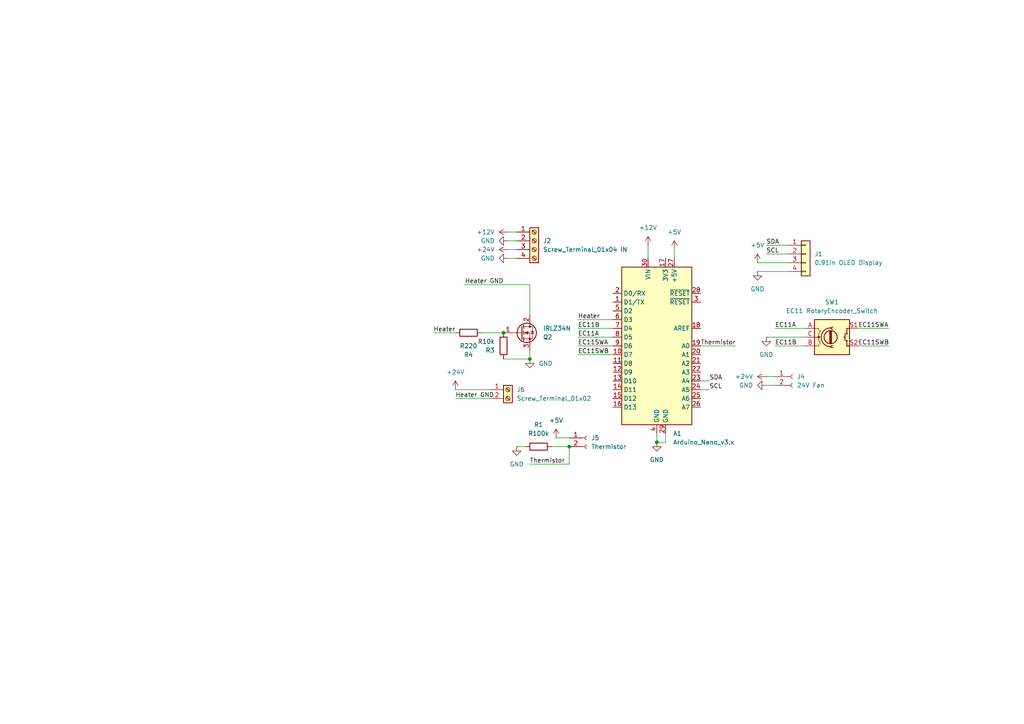
<source format=kicad_sch>
(kicad_sch
	(version 20250114)
	(generator "eeschema")
	(generator_version "9.0")
	(uuid "33255dbf-bc30-4163-89b7-80145344b99c")
	(paper "A4")
	(lib_symbols
		(symbol "Connector:Conn_01x02_Socket"
			(pin_names
				(offset 1.016)
				(hide yes)
			)
			(exclude_from_sim no)
			(in_bom yes)
			(on_board yes)
			(property "Reference" "J"
				(at 0 2.54 0)
				(effects
					(font
						(size 1.27 1.27)
					)
				)
			)
			(property "Value" "Conn_01x02_Socket"
				(at 0 -5.08 0)
				(effects
					(font
						(size 1.27 1.27)
					)
				)
			)
			(property "Footprint" ""
				(at 0 0 0)
				(effects
					(font
						(size 1.27 1.27)
					)
					(hide yes)
				)
			)
			(property "Datasheet" "~"
				(at 0 0 0)
				(effects
					(font
						(size 1.27 1.27)
					)
					(hide yes)
				)
			)
			(property "Description" "Generic connector, single row, 01x02, script generated"
				(at 0 0 0)
				(effects
					(font
						(size 1.27 1.27)
					)
					(hide yes)
				)
			)
			(property "ki_locked" ""
				(at 0 0 0)
				(effects
					(font
						(size 1.27 1.27)
					)
				)
			)
			(property "ki_keywords" "connector"
				(at 0 0 0)
				(effects
					(font
						(size 1.27 1.27)
					)
					(hide yes)
				)
			)
			(property "ki_fp_filters" "Connector*:*_1x??_*"
				(at 0 0 0)
				(effects
					(font
						(size 1.27 1.27)
					)
					(hide yes)
				)
			)
			(symbol "Conn_01x02_Socket_1_1"
				(polyline
					(pts
						(xy -1.27 0) (xy -0.508 0)
					)
					(stroke
						(width 0.1524)
						(type default)
					)
					(fill
						(type none)
					)
				)
				(polyline
					(pts
						(xy -1.27 -2.54) (xy -0.508 -2.54)
					)
					(stroke
						(width 0.1524)
						(type default)
					)
					(fill
						(type none)
					)
				)
				(arc
					(start 0 -0.508)
					(mid -0.5058 0)
					(end 0 0.508)
					(stroke
						(width 0.1524)
						(type default)
					)
					(fill
						(type none)
					)
				)
				(arc
					(start 0 -3.048)
					(mid -0.5058 -2.54)
					(end 0 -2.032)
					(stroke
						(width 0.1524)
						(type default)
					)
					(fill
						(type none)
					)
				)
				(pin passive line
					(at -5.08 0 0)
					(length 3.81)
					(name "Pin_1"
						(effects
							(font
								(size 1.27 1.27)
							)
						)
					)
					(number "1"
						(effects
							(font
								(size 1.27 1.27)
							)
						)
					)
				)
				(pin passive line
					(at -5.08 -2.54 0)
					(length 3.81)
					(name "Pin_2"
						(effects
							(font
								(size 1.27 1.27)
							)
						)
					)
					(number "2"
						(effects
							(font
								(size 1.27 1.27)
							)
						)
					)
				)
			)
			(embedded_fonts no)
		)
		(symbol "Connector:Screw_Terminal_01x02"
			(pin_names
				(offset 1.016)
				(hide yes)
			)
			(exclude_from_sim no)
			(in_bom yes)
			(on_board yes)
			(property "Reference" "J"
				(at 0 2.54 0)
				(effects
					(font
						(size 1.27 1.27)
					)
				)
			)
			(property "Value" "Screw_Terminal_01x02"
				(at 0 -5.08 0)
				(effects
					(font
						(size 1.27 1.27)
					)
				)
			)
			(property "Footprint" ""
				(at 0 0 0)
				(effects
					(font
						(size 1.27 1.27)
					)
					(hide yes)
				)
			)
			(property "Datasheet" "~"
				(at 0 0 0)
				(effects
					(font
						(size 1.27 1.27)
					)
					(hide yes)
				)
			)
			(property "Description" "Generic screw terminal, single row, 01x02, script generated (kicad-library-utils/schlib/autogen/connector/)"
				(at 0 0 0)
				(effects
					(font
						(size 1.27 1.27)
					)
					(hide yes)
				)
			)
			(property "ki_keywords" "screw terminal"
				(at 0 0 0)
				(effects
					(font
						(size 1.27 1.27)
					)
					(hide yes)
				)
			)
			(property "ki_fp_filters" "TerminalBlock*:*"
				(at 0 0 0)
				(effects
					(font
						(size 1.27 1.27)
					)
					(hide yes)
				)
			)
			(symbol "Screw_Terminal_01x02_1_1"
				(rectangle
					(start -1.27 1.27)
					(end 1.27 -3.81)
					(stroke
						(width 0.254)
						(type default)
					)
					(fill
						(type background)
					)
				)
				(polyline
					(pts
						(xy -0.5334 0.3302) (xy 0.3302 -0.508)
					)
					(stroke
						(width 0.1524)
						(type default)
					)
					(fill
						(type none)
					)
				)
				(polyline
					(pts
						(xy -0.5334 -2.2098) (xy 0.3302 -3.048)
					)
					(stroke
						(width 0.1524)
						(type default)
					)
					(fill
						(type none)
					)
				)
				(polyline
					(pts
						(xy -0.3556 0.508) (xy 0.508 -0.3302)
					)
					(stroke
						(width 0.1524)
						(type default)
					)
					(fill
						(type none)
					)
				)
				(polyline
					(pts
						(xy -0.3556 -2.032) (xy 0.508 -2.8702)
					)
					(stroke
						(width 0.1524)
						(type default)
					)
					(fill
						(type none)
					)
				)
				(circle
					(center 0 0)
					(radius 0.635)
					(stroke
						(width 0.1524)
						(type default)
					)
					(fill
						(type none)
					)
				)
				(circle
					(center 0 -2.54)
					(radius 0.635)
					(stroke
						(width 0.1524)
						(type default)
					)
					(fill
						(type none)
					)
				)
				(pin passive line
					(at -5.08 0 0)
					(length 3.81)
					(name "Pin_1"
						(effects
							(font
								(size 1.27 1.27)
							)
						)
					)
					(number "1"
						(effects
							(font
								(size 1.27 1.27)
							)
						)
					)
				)
				(pin passive line
					(at -5.08 -2.54 0)
					(length 3.81)
					(name "Pin_2"
						(effects
							(font
								(size 1.27 1.27)
							)
						)
					)
					(number "2"
						(effects
							(font
								(size 1.27 1.27)
							)
						)
					)
				)
			)
			(embedded_fonts no)
		)
		(symbol "Connector:Screw_Terminal_01x04"
			(pin_names
				(offset 1.016)
				(hide yes)
			)
			(exclude_from_sim no)
			(in_bom yes)
			(on_board yes)
			(property "Reference" "J"
				(at 0 5.08 0)
				(effects
					(font
						(size 1.27 1.27)
					)
				)
			)
			(property "Value" "Screw_Terminal_01x04"
				(at 0 -7.62 0)
				(effects
					(font
						(size 1.27 1.27)
					)
				)
			)
			(property "Footprint" ""
				(at 0 0 0)
				(effects
					(font
						(size 1.27 1.27)
					)
					(hide yes)
				)
			)
			(property "Datasheet" "~"
				(at 0 0 0)
				(effects
					(font
						(size 1.27 1.27)
					)
					(hide yes)
				)
			)
			(property "Description" "Generic screw terminal, single row, 01x04, script generated (kicad-library-utils/schlib/autogen/connector/)"
				(at 0 0 0)
				(effects
					(font
						(size 1.27 1.27)
					)
					(hide yes)
				)
			)
			(property "ki_keywords" "screw terminal"
				(at 0 0 0)
				(effects
					(font
						(size 1.27 1.27)
					)
					(hide yes)
				)
			)
			(property "ki_fp_filters" "TerminalBlock*:*"
				(at 0 0 0)
				(effects
					(font
						(size 1.27 1.27)
					)
					(hide yes)
				)
			)
			(symbol "Screw_Terminal_01x04_1_1"
				(rectangle
					(start -1.27 3.81)
					(end 1.27 -6.35)
					(stroke
						(width 0.254)
						(type default)
					)
					(fill
						(type background)
					)
				)
				(polyline
					(pts
						(xy -0.5334 2.8702) (xy 0.3302 2.032)
					)
					(stroke
						(width 0.1524)
						(type default)
					)
					(fill
						(type none)
					)
				)
				(polyline
					(pts
						(xy -0.5334 0.3302) (xy 0.3302 -0.508)
					)
					(stroke
						(width 0.1524)
						(type default)
					)
					(fill
						(type none)
					)
				)
				(polyline
					(pts
						(xy -0.5334 -2.2098) (xy 0.3302 -3.048)
					)
					(stroke
						(width 0.1524)
						(type default)
					)
					(fill
						(type none)
					)
				)
				(polyline
					(pts
						(xy -0.5334 -4.7498) (xy 0.3302 -5.588)
					)
					(stroke
						(width 0.1524)
						(type default)
					)
					(fill
						(type none)
					)
				)
				(polyline
					(pts
						(xy -0.3556 3.048) (xy 0.508 2.2098)
					)
					(stroke
						(width 0.1524)
						(type default)
					)
					(fill
						(type none)
					)
				)
				(polyline
					(pts
						(xy -0.3556 0.508) (xy 0.508 -0.3302)
					)
					(stroke
						(width 0.1524)
						(type default)
					)
					(fill
						(type none)
					)
				)
				(polyline
					(pts
						(xy -0.3556 -2.032) (xy 0.508 -2.8702)
					)
					(stroke
						(width 0.1524)
						(type default)
					)
					(fill
						(type none)
					)
				)
				(polyline
					(pts
						(xy -0.3556 -4.572) (xy 0.508 -5.4102)
					)
					(stroke
						(width 0.1524)
						(type default)
					)
					(fill
						(type none)
					)
				)
				(circle
					(center 0 2.54)
					(radius 0.635)
					(stroke
						(width 0.1524)
						(type default)
					)
					(fill
						(type none)
					)
				)
				(circle
					(center 0 0)
					(radius 0.635)
					(stroke
						(width 0.1524)
						(type default)
					)
					(fill
						(type none)
					)
				)
				(circle
					(center 0 -2.54)
					(radius 0.635)
					(stroke
						(width 0.1524)
						(type default)
					)
					(fill
						(type none)
					)
				)
				(circle
					(center 0 -5.08)
					(radius 0.635)
					(stroke
						(width 0.1524)
						(type default)
					)
					(fill
						(type none)
					)
				)
				(pin passive line
					(at -5.08 2.54 0)
					(length 3.81)
					(name "Pin_1"
						(effects
							(font
								(size 1.27 1.27)
							)
						)
					)
					(number "1"
						(effects
							(font
								(size 1.27 1.27)
							)
						)
					)
				)
				(pin passive line
					(at -5.08 0 0)
					(length 3.81)
					(name "Pin_2"
						(effects
							(font
								(size 1.27 1.27)
							)
						)
					)
					(number "2"
						(effects
							(font
								(size 1.27 1.27)
							)
						)
					)
				)
				(pin passive line
					(at -5.08 -2.54 0)
					(length 3.81)
					(name "Pin_3"
						(effects
							(font
								(size 1.27 1.27)
							)
						)
					)
					(number "3"
						(effects
							(font
								(size 1.27 1.27)
							)
						)
					)
				)
				(pin passive line
					(at -5.08 -5.08 0)
					(length 3.81)
					(name "Pin_4"
						(effects
							(font
								(size 1.27 1.27)
							)
						)
					)
					(number "4"
						(effects
							(font
								(size 1.27 1.27)
							)
						)
					)
				)
			)
			(embedded_fonts no)
		)
		(symbol "Connector_Generic:Conn_01x04"
			(pin_names
				(offset 1.016)
				(hide yes)
			)
			(exclude_from_sim no)
			(in_bom yes)
			(on_board yes)
			(property "Reference" "J"
				(at 0 5.08 0)
				(effects
					(font
						(size 1.27 1.27)
					)
				)
			)
			(property "Value" "Conn_01x04"
				(at 0 -7.62 0)
				(effects
					(font
						(size 1.27 1.27)
					)
				)
			)
			(property "Footprint" ""
				(at 0 0 0)
				(effects
					(font
						(size 1.27 1.27)
					)
					(hide yes)
				)
			)
			(property "Datasheet" "~"
				(at 0 0 0)
				(effects
					(font
						(size 1.27 1.27)
					)
					(hide yes)
				)
			)
			(property "Description" "Generic connector, single row, 01x04, script generated (kicad-library-utils/schlib/autogen/connector/)"
				(at 0 0 0)
				(effects
					(font
						(size 1.27 1.27)
					)
					(hide yes)
				)
			)
			(property "ki_keywords" "connector"
				(at 0 0 0)
				(effects
					(font
						(size 1.27 1.27)
					)
					(hide yes)
				)
			)
			(property "ki_fp_filters" "Connector*:*_1x??_*"
				(at 0 0 0)
				(effects
					(font
						(size 1.27 1.27)
					)
					(hide yes)
				)
			)
			(symbol "Conn_01x04_1_1"
				(rectangle
					(start -1.27 3.81)
					(end 1.27 -6.35)
					(stroke
						(width 0.254)
						(type default)
					)
					(fill
						(type background)
					)
				)
				(rectangle
					(start -1.27 2.667)
					(end 0 2.413)
					(stroke
						(width 0.1524)
						(type default)
					)
					(fill
						(type none)
					)
				)
				(rectangle
					(start -1.27 0.127)
					(end 0 -0.127)
					(stroke
						(width 0.1524)
						(type default)
					)
					(fill
						(type none)
					)
				)
				(rectangle
					(start -1.27 -2.413)
					(end 0 -2.667)
					(stroke
						(width 0.1524)
						(type default)
					)
					(fill
						(type none)
					)
				)
				(rectangle
					(start -1.27 -4.953)
					(end 0 -5.207)
					(stroke
						(width 0.1524)
						(type default)
					)
					(fill
						(type none)
					)
				)
				(pin passive line
					(at -5.08 2.54 0)
					(length 3.81)
					(name "Pin_1"
						(effects
							(font
								(size 1.27 1.27)
							)
						)
					)
					(number "1"
						(effects
							(font
								(size 1.27 1.27)
							)
						)
					)
				)
				(pin passive line
					(at -5.08 0 0)
					(length 3.81)
					(name "Pin_2"
						(effects
							(font
								(size 1.27 1.27)
							)
						)
					)
					(number "2"
						(effects
							(font
								(size 1.27 1.27)
							)
						)
					)
				)
				(pin passive line
					(at -5.08 -2.54 0)
					(length 3.81)
					(name "Pin_3"
						(effects
							(font
								(size 1.27 1.27)
							)
						)
					)
					(number "3"
						(effects
							(font
								(size 1.27 1.27)
							)
						)
					)
				)
				(pin passive line
					(at -5.08 -5.08 0)
					(length 3.81)
					(name "Pin_4"
						(effects
							(font
								(size 1.27 1.27)
							)
						)
					)
					(number "4"
						(effects
							(font
								(size 1.27 1.27)
							)
						)
					)
				)
			)
			(embedded_fonts no)
		)
		(symbol "Device:R"
			(pin_numbers
				(hide yes)
			)
			(pin_names
				(offset 0)
			)
			(exclude_from_sim no)
			(in_bom yes)
			(on_board yes)
			(property "Reference" "R"
				(at 2.032 0 90)
				(effects
					(font
						(size 1.27 1.27)
					)
				)
			)
			(property "Value" "R"
				(at 0 0 90)
				(effects
					(font
						(size 1.27 1.27)
					)
				)
			)
			(property "Footprint" ""
				(at -1.778 0 90)
				(effects
					(font
						(size 1.27 1.27)
					)
					(hide yes)
				)
			)
			(property "Datasheet" "~"
				(at 0 0 0)
				(effects
					(font
						(size 1.27 1.27)
					)
					(hide yes)
				)
			)
			(property "Description" "Resistor"
				(at 0 0 0)
				(effects
					(font
						(size 1.27 1.27)
					)
					(hide yes)
				)
			)
			(property "ki_keywords" "R res resistor"
				(at 0 0 0)
				(effects
					(font
						(size 1.27 1.27)
					)
					(hide yes)
				)
			)
			(property "ki_fp_filters" "R_*"
				(at 0 0 0)
				(effects
					(font
						(size 1.27 1.27)
					)
					(hide yes)
				)
			)
			(symbol "R_0_1"
				(rectangle
					(start -1.016 -2.54)
					(end 1.016 2.54)
					(stroke
						(width 0.254)
						(type default)
					)
					(fill
						(type none)
					)
				)
			)
			(symbol "R_1_1"
				(pin passive line
					(at 0 3.81 270)
					(length 1.27)
					(name "~"
						(effects
							(font
								(size 1.27 1.27)
							)
						)
					)
					(number "1"
						(effects
							(font
								(size 1.27 1.27)
							)
						)
					)
				)
				(pin passive line
					(at 0 -3.81 90)
					(length 1.27)
					(name "~"
						(effects
							(font
								(size 1.27 1.27)
							)
						)
					)
					(number "2"
						(effects
							(font
								(size 1.27 1.27)
							)
						)
					)
				)
			)
			(embedded_fonts no)
		)
		(symbol "Device:RotaryEncoder_Switch"
			(pin_names
				(offset 0.254)
				(hide yes)
			)
			(exclude_from_sim no)
			(in_bom yes)
			(on_board yes)
			(property "Reference" "SW"
				(at 0 6.604 0)
				(effects
					(font
						(size 1.27 1.27)
					)
				)
			)
			(property "Value" "RotaryEncoder_Switch"
				(at 0 -6.604 0)
				(effects
					(font
						(size 1.27 1.27)
					)
				)
			)
			(property "Footprint" ""
				(at -3.81 4.064 0)
				(effects
					(font
						(size 1.27 1.27)
					)
					(hide yes)
				)
			)
			(property "Datasheet" "~"
				(at 0 6.604 0)
				(effects
					(font
						(size 1.27 1.27)
					)
					(hide yes)
				)
			)
			(property "Description" "Rotary encoder, dual channel, incremental quadrate outputs, with switch"
				(at 0 0 0)
				(effects
					(font
						(size 1.27 1.27)
					)
					(hide yes)
				)
			)
			(property "ki_keywords" "rotary switch encoder switch push button"
				(at 0 0 0)
				(effects
					(font
						(size 1.27 1.27)
					)
					(hide yes)
				)
			)
			(property "ki_fp_filters" "RotaryEncoder*Switch*"
				(at 0 0 0)
				(effects
					(font
						(size 1.27 1.27)
					)
					(hide yes)
				)
			)
			(symbol "RotaryEncoder_Switch_0_1"
				(rectangle
					(start -5.08 5.08)
					(end 5.08 -5.08)
					(stroke
						(width 0.254)
						(type default)
					)
					(fill
						(type background)
					)
				)
				(polyline
					(pts
						(xy -5.08 2.54) (xy -3.81 2.54) (xy -3.81 2.032)
					)
					(stroke
						(width 0)
						(type default)
					)
					(fill
						(type none)
					)
				)
				(polyline
					(pts
						(xy -5.08 0) (xy -3.81 0) (xy -3.81 -1.016) (xy -3.302 -2.032)
					)
					(stroke
						(width 0)
						(type default)
					)
					(fill
						(type none)
					)
				)
				(polyline
					(pts
						(xy -5.08 -2.54) (xy -3.81 -2.54) (xy -3.81 -2.032)
					)
					(stroke
						(width 0)
						(type default)
					)
					(fill
						(type none)
					)
				)
				(polyline
					(pts
						(xy -4.318 0) (xy -3.81 0) (xy -3.81 1.016) (xy -3.302 2.032)
					)
					(stroke
						(width 0)
						(type default)
					)
					(fill
						(type none)
					)
				)
				(circle
					(center -3.81 0)
					(radius 0.254)
					(stroke
						(width 0)
						(type default)
					)
					(fill
						(type outline)
					)
				)
				(polyline
					(pts
						(xy -0.635 -1.778) (xy -0.635 1.778)
					)
					(stroke
						(width 0.254)
						(type default)
					)
					(fill
						(type none)
					)
				)
				(circle
					(center -0.381 0)
					(radius 1.905)
					(stroke
						(width 0.254)
						(type default)
					)
					(fill
						(type none)
					)
				)
				(polyline
					(pts
						(xy -0.381 -1.778) (xy -0.381 1.778)
					)
					(stroke
						(width 0.254)
						(type default)
					)
					(fill
						(type none)
					)
				)
				(arc
					(start -0.381 -2.794)
					(mid -3.0988 -0.0635)
					(end -0.381 2.667)
					(stroke
						(width 0.254)
						(type default)
					)
					(fill
						(type none)
					)
				)
				(polyline
					(pts
						(xy -0.127 1.778) (xy -0.127 -1.778)
					)
					(stroke
						(width 0.254)
						(type default)
					)
					(fill
						(type none)
					)
				)
				(polyline
					(pts
						(xy 0.254 2.921) (xy -0.508 2.667) (xy 0.127 2.286)
					)
					(stroke
						(width 0.254)
						(type default)
					)
					(fill
						(type none)
					)
				)
				(polyline
					(pts
						(xy 0.254 -3.048) (xy -0.508 -2.794) (xy 0.127 -2.413)
					)
					(stroke
						(width 0.254)
						(type default)
					)
					(fill
						(type none)
					)
				)
				(polyline
					(pts
						(xy 3.81 1.016) (xy 3.81 -1.016)
					)
					(stroke
						(width 0.254)
						(type default)
					)
					(fill
						(type none)
					)
				)
				(polyline
					(pts
						(xy 3.81 0) (xy 3.429 0)
					)
					(stroke
						(width 0.254)
						(type default)
					)
					(fill
						(type none)
					)
				)
				(circle
					(center 4.318 1.016)
					(radius 0.127)
					(stroke
						(width 0.254)
						(type default)
					)
					(fill
						(type none)
					)
				)
				(circle
					(center 4.318 -1.016)
					(radius 0.127)
					(stroke
						(width 0.254)
						(type default)
					)
					(fill
						(type none)
					)
				)
				(polyline
					(pts
						(xy 5.08 2.54) (xy 4.318 2.54) (xy 4.318 1.016)
					)
					(stroke
						(width 0.254)
						(type default)
					)
					(fill
						(type none)
					)
				)
				(polyline
					(pts
						(xy 5.08 -2.54) (xy 4.318 -2.54) (xy 4.318 -1.016)
					)
					(stroke
						(width 0.254)
						(type default)
					)
					(fill
						(type none)
					)
				)
			)
			(symbol "RotaryEncoder_Switch_1_1"
				(pin passive line
					(at -7.62 2.54 0)
					(length 2.54)
					(name "A"
						(effects
							(font
								(size 1.27 1.27)
							)
						)
					)
					(number "A"
						(effects
							(font
								(size 1.27 1.27)
							)
						)
					)
				)
				(pin passive line
					(at -7.62 0 0)
					(length 2.54)
					(name "C"
						(effects
							(font
								(size 1.27 1.27)
							)
						)
					)
					(number "C"
						(effects
							(font
								(size 1.27 1.27)
							)
						)
					)
				)
				(pin passive line
					(at -7.62 -2.54 0)
					(length 2.54)
					(name "B"
						(effects
							(font
								(size 1.27 1.27)
							)
						)
					)
					(number "B"
						(effects
							(font
								(size 1.27 1.27)
							)
						)
					)
				)
				(pin passive line
					(at 7.62 2.54 180)
					(length 2.54)
					(name "S1"
						(effects
							(font
								(size 1.27 1.27)
							)
						)
					)
					(number "S1"
						(effects
							(font
								(size 1.27 1.27)
							)
						)
					)
				)
				(pin passive line
					(at 7.62 -2.54 180)
					(length 2.54)
					(name "S2"
						(effects
							(font
								(size 1.27 1.27)
							)
						)
					)
					(number "S2"
						(effects
							(font
								(size 1.27 1.27)
							)
						)
					)
				)
			)
			(embedded_fonts no)
		)
		(symbol "MCU_Module:Arduino_Nano_v3.x"
			(exclude_from_sim no)
			(in_bom yes)
			(on_board yes)
			(property "Reference" "A"
				(at -10.16 23.495 0)
				(effects
					(font
						(size 1.27 1.27)
					)
					(justify left bottom)
				)
			)
			(property "Value" "Arduino_Nano_v3.x"
				(at 5.08 -24.13 0)
				(effects
					(font
						(size 1.27 1.27)
					)
					(justify left top)
				)
			)
			(property "Footprint" "Module:Arduino_Nano"
				(at 0 0 0)
				(effects
					(font
						(size 1.27 1.27)
						(italic yes)
					)
					(hide yes)
				)
			)
			(property "Datasheet" "http://www.mouser.com/pdfdocs/Gravitech_Arduino_Nano3_0.pdf"
				(at 0 0 0)
				(effects
					(font
						(size 1.27 1.27)
					)
					(hide yes)
				)
			)
			(property "Description" "Arduino Nano v3.x"
				(at 0 0 0)
				(effects
					(font
						(size 1.27 1.27)
					)
					(hide yes)
				)
			)
			(property "ki_keywords" "Arduino nano microcontroller module USB"
				(at 0 0 0)
				(effects
					(font
						(size 1.27 1.27)
					)
					(hide yes)
				)
			)
			(property "ki_fp_filters" "Arduino*Nano*"
				(at 0 0 0)
				(effects
					(font
						(size 1.27 1.27)
					)
					(hide yes)
				)
			)
			(symbol "Arduino_Nano_v3.x_0_1"
				(rectangle
					(start -10.16 22.86)
					(end 10.16 -22.86)
					(stroke
						(width 0.254)
						(type default)
					)
					(fill
						(type background)
					)
				)
			)
			(symbol "Arduino_Nano_v3.x_1_1"
				(pin bidirectional line
					(at -12.7 15.24 0)
					(length 2.54)
					(name "D0/RX"
						(effects
							(font
								(size 1.27 1.27)
							)
						)
					)
					(number "2"
						(effects
							(font
								(size 1.27 1.27)
							)
						)
					)
				)
				(pin bidirectional line
					(at -12.7 12.7 0)
					(length 2.54)
					(name "D1/TX"
						(effects
							(font
								(size 1.27 1.27)
							)
						)
					)
					(number "1"
						(effects
							(font
								(size 1.27 1.27)
							)
						)
					)
				)
				(pin bidirectional line
					(at -12.7 10.16 0)
					(length 2.54)
					(name "D2"
						(effects
							(font
								(size 1.27 1.27)
							)
						)
					)
					(number "5"
						(effects
							(font
								(size 1.27 1.27)
							)
						)
					)
				)
				(pin bidirectional line
					(at -12.7 7.62 0)
					(length 2.54)
					(name "D3"
						(effects
							(font
								(size 1.27 1.27)
							)
						)
					)
					(number "6"
						(effects
							(font
								(size 1.27 1.27)
							)
						)
					)
				)
				(pin bidirectional line
					(at -12.7 5.08 0)
					(length 2.54)
					(name "D4"
						(effects
							(font
								(size 1.27 1.27)
							)
						)
					)
					(number "7"
						(effects
							(font
								(size 1.27 1.27)
							)
						)
					)
				)
				(pin bidirectional line
					(at -12.7 2.54 0)
					(length 2.54)
					(name "D5"
						(effects
							(font
								(size 1.27 1.27)
							)
						)
					)
					(number "8"
						(effects
							(font
								(size 1.27 1.27)
							)
						)
					)
				)
				(pin bidirectional line
					(at -12.7 0 0)
					(length 2.54)
					(name "D6"
						(effects
							(font
								(size 1.27 1.27)
							)
						)
					)
					(number "9"
						(effects
							(font
								(size 1.27 1.27)
							)
						)
					)
				)
				(pin bidirectional line
					(at -12.7 -2.54 0)
					(length 2.54)
					(name "D7"
						(effects
							(font
								(size 1.27 1.27)
							)
						)
					)
					(number "10"
						(effects
							(font
								(size 1.27 1.27)
							)
						)
					)
				)
				(pin bidirectional line
					(at -12.7 -5.08 0)
					(length 2.54)
					(name "D8"
						(effects
							(font
								(size 1.27 1.27)
							)
						)
					)
					(number "11"
						(effects
							(font
								(size 1.27 1.27)
							)
						)
					)
				)
				(pin bidirectional line
					(at -12.7 -7.62 0)
					(length 2.54)
					(name "D9"
						(effects
							(font
								(size 1.27 1.27)
							)
						)
					)
					(number "12"
						(effects
							(font
								(size 1.27 1.27)
							)
						)
					)
				)
				(pin bidirectional line
					(at -12.7 -10.16 0)
					(length 2.54)
					(name "D10"
						(effects
							(font
								(size 1.27 1.27)
							)
						)
					)
					(number "13"
						(effects
							(font
								(size 1.27 1.27)
							)
						)
					)
				)
				(pin bidirectional line
					(at -12.7 -12.7 0)
					(length 2.54)
					(name "D11"
						(effects
							(font
								(size 1.27 1.27)
							)
						)
					)
					(number "14"
						(effects
							(font
								(size 1.27 1.27)
							)
						)
					)
				)
				(pin bidirectional line
					(at -12.7 -15.24 0)
					(length 2.54)
					(name "D12"
						(effects
							(font
								(size 1.27 1.27)
							)
						)
					)
					(number "15"
						(effects
							(font
								(size 1.27 1.27)
							)
						)
					)
				)
				(pin bidirectional line
					(at -12.7 -17.78 0)
					(length 2.54)
					(name "D13"
						(effects
							(font
								(size 1.27 1.27)
							)
						)
					)
					(number "16"
						(effects
							(font
								(size 1.27 1.27)
							)
						)
					)
				)
				(pin power_in line
					(at -2.54 25.4 270)
					(length 2.54)
					(name "VIN"
						(effects
							(font
								(size 1.27 1.27)
							)
						)
					)
					(number "30"
						(effects
							(font
								(size 1.27 1.27)
							)
						)
					)
				)
				(pin power_in line
					(at 0 -25.4 90)
					(length 2.54)
					(name "GND"
						(effects
							(font
								(size 1.27 1.27)
							)
						)
					)
					(number "4"
						(effects
							(font
								(size 1.27 1.27)
							)
						)
					)
				)
				(pin power_out line
					(at 2.54 25.4 270)
					(length 2.54)
					(name "3V3"
						(effects
							(font
								(size 1.27 1.27)
							)
						)
					)
					(number "17"
						(effects
							(font
								(size 1.27 1.27)
							)
						)
					)
				)
				(pin power_in line
					(at 2.54 -25.4 90)
					(length 2.54)
					(name "GND"
						(effects
							(font
								(size 1.27 1.27)
							)
						)
					)
					(number "29"
						(effects
							(font
								(size 1.27 1.27)
							)
						)
					)
				)
				(pin power_out line
					(at 5.08 25.4 270)
					(length 2.54)
					(name "+5V"
						(effects
							(font
								(size 1.27 1.27)
							)
						)
					)
					(number "27"
						(effects
							(font
								(size 1.27 1.27)
							)
						)
					)
				)
				(pin input line
					(at 12.7 15.24 180)
					(length 2.54)
					(name "~{RESET}"
						(effects
							(font
								(size 1.27 1.27)
							)
						)
					)
					(number "28"
						(effects
							(font
								(size 1.27 1.27)
							)
						)
					)
				)
				(pin input line
					(at 12.7 12.7 180)
					(length 2.54)
					(name "~{RESET}"
						(effects
							(font
								(size 1.27 1.27)
							)
						)
					)
					(number "3"
						(effects
							(font
								(size 1.27 1.27)
							)
						)
					)
				)
				(pin input line
					(at 12.7 5.08 180)
					(length 2.54)
					(name "AREF"
						(effects
							(font
								(size 1.27 1.27)
							)
						)
					)
					(number "18"
						(effects
							(font
								(size 1.27 1.27)
							)
						)
					)
				)
				(pin bidirectional line
					(at 12.7 0 180)
					(length 2.54)
					(name "A0"
						(effects
							(font
								(size 1.27 1.27)
							)
						)
					)
					(number "19"
						(effects
							(font
								(size 1.27 1.27)
							)
						)
					)
				)
				(pin bidirectional line
					(at 12.7 -2.54 180)
					(length 2.54)
					(name "A1"
						(effects
							(font
								(size 1.27 1.27)
							)
						)
					)
					(number "20"
						(effects
							(font
								(size 1.27 1.27)
							)
						)
					)
				)
				(pin bidirectional line
					(at 12.7 -5.08 180)
					(length 2.54)
					(name "A2"
						(effects
							(font
								(size 1.27 1.27)
							)
						)
					)
					(number "21"
						(effects
							(font
								(size 1.27 1.27)
							)
						)
					)
				)
				(pin bidirectional line
					(at 12.7 -7.62 180)
					(length 2.54)
					(name "A3"
						(effects
							(font
								(size 1.27 1.27)
							)
						)
					)
					(number "22"
						(effects
							(font
								(size 1.27 1.27)
							)
						)
					)
				)
				(pin bidirectional line
					(at 12.7 -10.16 180)
					(length 2.54)
					(name "A4"
						(effects
							(font
								(size 1.27 1.27)
							)
						)
					)
					(number "23"
						(effects
							(font
								(size 1.27 1.27)
							)
						)
					)
				)
				(pin bidirectional line
					(at 12.7 -12.7 180)
					(length 2.54)
					(name "A5"
						(effects
							(font
								(size 1.27 1.27)
							)
						)
					)
					(number "24"
						(effects
							(font
								(size 1.27 1.27)
							)
						)
					)
				)
				(pin bidirectional line
					(at 12.7 -15.24 180)
					(length 2.54)
					(name "A6"
						(effects
							(font
								(size 1.27 1.27)
							)
						)
					)
					(number "25"
						(effects
							(font
								(size 1.27 1.27)
							)
						)
					)
				)
				(pin bidirectional line
					(at 12.7 -17.78 180)
					(length 2.54)
					(name "A7"
						(effects
							(font
								(size 1.27 1.27)
							)
						)
					)
					(number "26"
						(effects
							(font
								(size 1.27 1.27)
							)
						)
					)
				)
			)
			(embedded_fonts no)
		)
		(symbol "Transistor_FET:IRLZ34N"
			(pin_names
				(hide yes)
			)
			(exclude_from_sim no)
			(in_bom yes)
			(on_board yes)
			(property "Reference" "Q"
				(at 5.08 1.905 0)
				(effects
					(font
						(size 1.27 1.27)
					)
					(justify left)
				)
			)
			(property "Value" "IRLZ34N"
				(at 5.08 0 0)
				(effects
					(font
						(size 1.27 1.27)
					)
					(justify left)
				)
			)
			(property "Footprint" "Package_TO_SOT_THT:TO-220-3_Vertical"
				(at 5.08 -1.905 0)
				(effects
					(font
						(size 1.27 1.27)
						(italic yes)
					)
					(justify left)
					(hide yes)
				)
			)
			(property "Datasheet" "http://www.infineon.com/dgdl/irlz34npbf.pdf?fileId=5546d462533600a40153567206892720"
				(at 5.08 -3.81 0)
				(effects
					(font
						(size 1.27 1.27)
					)
					(justify left)
					(hide yes)
				)
			)
			(property "Description" "30A Id, 55V Vds, 35mOhm Rds, N-Channel HEXFET Power MOSFET, TO-220AB"
				(at 0 0 0)
				(effects
					(font
						(size 1.27 1.27)
					)
					(hide yes)
				)
			)
			(property "ki_keywords" "N-Channel HEXFET MOSFET Logic-Level"
				(at 0 0 0)
				(effects
					(font
						(size 1.27 1.27)
					)
					(hide yes)
				)
			)
			(property "ki_fp_filters" "TO?220*"
				(at 0 0 0)
				(effects
					(font
						(size 1.27 1.27)
					)
					(hide yes)
				)
			)
			(symbol "IRLZ34N_0_1"
				(polyline
					(pts
						(xy 0.254 1.905) (xy 0.254 -1.905)
					)
					(stroke
						(width 0.254)
						(type default)
					)
					(fill
						(type none)
					)
				)
				(polyline
					(pts
						(xy 0.254 0) (xy -2.54 0)
					)
					(stroke
						(width 0)
						(type default)
					)
					(fill
						(type none)
					)
				)
				(polyline
					(pts
						(xy 0.762 2.286) (xy 0.762 1.27)
					)
					(stroke
						(width 0.254)
						(type default)
					)
					(fill
						(type none)
					)
				)
				(polyline
					(pts
						(xy 0.762 0.508) (xy 0.762 -0.508)
					)
					(stroke
						(width 0.254)
						(type default)
					)
					(fill
						(type none)
					)
				)
				(polyline
					(pts
						(xy 0.762 -1.27) (xy 0.762 -2.286)
					)
					(stroke
						(width 0.254)
						(type default)
					)
					(fill
						(type none)
					)
				)
				(polyline
					(pts
						(xy 0.762 -1.778) (xy 3.302 -1.778) (xy 3.302 1.778) (xy 0.762 1.778)
					)
					(stroke
						(width 0)
						(type default)
					)
					(fill
						(type none)
					)
				)
				(polyline
					(pts
						(xy 1.016 0) (xy 2.032 0.381) (xy 2.032 -0.381) (xy 1.016 0)
					)
					(stroke
						(width 0)
						(type default)
					)
					(fill
						(type outline)
					)
				)
				(circle
					(center 1.651 0)
					(radius 2.794)
					(stroke
						(width 0.254)
						(type default)
					)
					(fill
						(type none)
					)
				)
				(polyline
					(pts
						(xy 2.54 2.54) (xy 2.54 1.778)
					)
					(stroke
						(width 0)
						(type default)
					)
					(fill
						(type none)
					)
				)
				(circle
					(center 2.54 1.778)
					(radius 0.254)
					(stroke
						(width 0)
						(type default)
					)
					(fill
						(type outline)
					)
				)
				(circle
					(center 2.54 -1.778)
					(radius 0.254)
					(stroke
						(width 0)
						(type default)
					)
					(fill
						(type outline)
					)
				)
				(polyline
					(pts
						(xy 2.54 -2.54) (xy 2.54 0) (xy 0.762 0)
					)
					(stroke
						(width 0)
						(type default)
					)
					(fill
						(type none)
					)
				)
				(polyline
					(pts
						(xy 2.794 0.508) (xy 2.921 0.381) (xy 3.683 0.381) (xy 3.81 0.254)
					)
					(stroke
						(width 0)
						(type default)
					)
					(fill
						(type none)
					)
				)
				(polyline
					(pts
						(xy 3.302 0.381) (xy 2.921 -0.254) (xy 3.683 -0.254) (xy 3.302 0.381)
					)
					(stroke
						(width 0)
						(type default)
					)
					(fill
						(type none)
					)
				)
			)
			(symbol "IRLZ34N_1_1"
				(pin input line
					(at -5.08 0 0)
					(length 2.54)
					(name "G"
						(effects
							(font
								(size 1.27 1.27)
							)
						)
					)
					(number "1"
						(effects
							(font
								(size 1.27 1.27)
							)
						)
					)
				)
				(pin passive line
					(at 2.54 5.08 270)
					(length 2.54)
					(name "D"
						(effects
							(font
								(size 1.27 1.27)
							)
						)
					)
					(number "2"
						(effects
							(font
								(size 1.27 1.27)
							)
						)
					)
				)
				(pin passive line
					(at 2.54 -5.08 90)
					(length 2.54)
					(name "S"
						(effects
							(font
								(size 1.27 1.27)
							)
						)
					)
					(number "3"
						(effects
							(font
								(size 1.27 1.27)
							)
						)
					)
				)
			)
			(embedded_fonts no)
		)
		(symbol "power:+12V"
			(power)
			(pin_numbers
				(hide yes)
			)
			(pin_names
				(offset 0)
				(hide yes)
			)
			(exclude_from_sim no)
			(in_bom yes)
			(on_board yes)
			(property "Reference" "#PWR"
				(at 0 -3.81 0)
				(effects
					(font
						(size 1.27 1.27)
					)
					(hide yes)
				)
			)
			(property "Value" "+12V"
				(at 0 3.556 0)
				(effects
					(font
						(size 1.27 1.27)
					)
				)
			)
			(property "Footprint" ""
				(at 0 0 0)
				(effects
					(font
						(size 1.27 1.27)
					)
					(hide yes)
				)
			)
			(property "Datasheet" ""
				(at 0 0 0)
				(effects
					(font
						(size 1.27 1.27)
					)
					(hide yes)
				)
			)
			(property "Description" "Power symbol creates a global label with name \"+12V\""
				(at 0 0 0)
				(effects
					(font
						(size 1.27 1.27)
					)
					(hide yes)
				)
			)
			(property "ki_keywords" "global power"
				(at 0 0 0)
				(effects
					(font
						(size 1.27 1.27)
					)
					(hide yes)
				)
			)
			(symbol "+12V_0_1"
				(polyline
					(pts
						(xy -0.762 1.27) (xy 0 2.54)
					)
					(stroke
						(width 0)
						(type default)
					)
					(fill
						(type none)
					)
				)
				(polyline
					(pts
						(xy 0 2.54) (xy 0.762 1.27)
					)
					(stroke
						(width 0)
						(type default)
					)
					(fill
						(type none)
					)
				)
				(polyline
					(pts
						(xy 0 0) (xy 0 2.54)
					)
					(stroke
						(width 0)
						(type default)
					)
					(fill
						(type none)
					)
				)
			)
			(symbol "+12V_1_1"
				(pin power_in line
					(at 0 0 90)
					(length 0)
					(name "~"
						(effects
							(font
								(size 1.27 1.27)
							)
						)
					)
					(number "1"
						(effects
							(font
								(size 1.27 1.27)
							)
						)
					)
				)
			)
			(embedded_fonts no)
		)
		(symbol "power:+5V"
			(power)
			(pin_numbers
				(hide yes)
			)
			(pin_names
				(offset 0)
				(hide yes)
			)
			(exclude_from_sim no)
			(in_bom yes)
			(on_board yes)
			(property "Reference" "#PWR"
				(at 0 -3.81 0)
				(effects
					(font
						(size 1.27 1.27)
					)
					(hide yes)
				)
			)
			(property "Value" "+5V"
				(at 0 3.556 0)
				(effects
					(font
						(size 1.27 1.27)
					)
				)
			)
			(property "Footprint" ""
				(at 0 0 0)
				(effects
					(font
						(size 1.27 1.27)
					)
					(hide yes)
				)
			)
			(property "Datasheet" ""
				(at 0 0 0)
				(effects
					(font
						(size 1.27 1.27)
					)
					(hide yes)
				)
			)
			(property "Description" "Power symbol creates a global label with name \"+5V\""
				(at 0 0 0)
				(effects
					(font
						(size 1.27 1.27)
					)
					(hide yes)
				)
			)
			(property "ki_keywords" "global power"
				(at 0 0 0)
				(effects
					(font
						(size 1.27 1.27)
					)
					(hide yes)
				)
			)
			(symbol "+5V_0_1"
				(polyline
					(pts
						(xy -0.762 1.27) (xy 0 2.54)
					)
					(stroke
						(width 0)
						(type default)
					)
					(fill
						(type none)
					)
				)
				(polyline
					(pts
						(xy 0 2.54) (xy 0.762 1.27)
					)
					(stroke
						(width 0)
						(type default)
					)
					(fill
						(type none)
					)
				)
				(polyline
					(pts
						(xy 0 0) (xy 0 2.54)
					)
					(stroke
						(width 0)
						(type default)
					)
					(fill
						(type none)
					)
				)
			)
			(symbol "+5V_1_1"
				(pin power_in line
					(at 0 0 90)
					(length 0)
					(name "~"
						(effects
							(font
								(size 1.27 1.27)
							)
						)
					)
					(number "1"
						(effects
							(font
								(size 1.27 1.27)
							)
						)
					)
				)
			)
			(embedded_fonts no)
		)
		(symbol "power:GND"
			(power)
			(pin_numbers
				(hide yes)
			)
			(pin_names
				(offset 0)
				(hide yes)
			)
			(exclude_from_sim no)
			(in_bom yes)
			(on_board yes)
			(property "Reference" "#PWR"
				(at 0 -6.35 0)
				(effects
					(font
						(size 1.27 1.27)
					)
					(hide yes)
				)
			)
			(property "Value" "GND"
				(at 0 -3.81 0)
				(effects
					(font
						(size 1.27 1.27)
					)
				)
			)
			(property "Footprint" ""
				(at 0 0 0)
				(effects
					(font
						(size 1.27 1.27)
					)
					(hide yes)
				)
			)
			(property "Datasheet" ""
				(at 0 0 0)
				(effects
					(font
						(size 1.27 1.27)
					)
					(hide yes)
				)
			)
			(property "Description" "Power symbol creates a global label with name \"GND\" , ground"
				(at 0 0 0)
				(effects
					(font
						(size 1.27 1.27)
					)
					(hide yes)
				)
			)
			(property "ki_keywords" "global power"
				(at 0 0 0)
				(effects
					(font
						(size 1.27 1.27)
					)
					(hide yes)
				)
			)
			(symbol "GND_0_1"
				(polyline
					(pts
						(xy 0 0) (xy 0 -1.27) (xy 1.27 -1.27) (xy 0 -2.54) (xy -1.27 -1.27) (xy 0 -1.27)
					)
					(stroke
						(width 0)
						(type default)
					)
					(fill
						(type none)
					)
				)
			)
			(symbol "GND_1_1"
				(pin power_in line
					(at 0 0 270)
					(length 0)
					(name "~"
						(effects
							(font
								(size 1.27 1.27)
							)
						)
					)
					(number "1"
						(effects
							(font
								(size 1.27 1.27)
							)
						)
					)
				)
			)
			(embedded_fonts no)
		)
	)
	(junction
		(at 146.05 96.52)
		(diameter 0)
		(color 0 0 0 0)
		(uuid "1524af70-8d4e-4f8a-95c8-47279fafb60a")
	)
	(junction
		(at 190.5 128.27)
		(diameter 0)
		(color 0 0 0 0)
		(uuid "619d0ce7-719e-49cf-aac3-2d572d8f88f8")
	)
	(junction
		(at 153.67 104.14)
		(diameter 0)
		(color 0 0 0 0)
		(uuid "6ba48191-6b56-4337-b9b2-812934dd9bdf")
	)
	(junction
		(at 165.1 129.54)
		(diameter 0)
		(color 0 0 0 0)
		(uuid "fce2583d-7bd7-44b6-8b8d-0e53a5407e4d")
	)
	(wire
		(pts
			(xy 167.64 95.25) (xy 177.8 95.25)
		)
		(stroke
			(width 0)
			(type default)
		)
		(uuid "000635ad-04f1-4a2b-9515-a54e1ee1823e")
	)
	(wire
		(pts
			(xy 132.08 113.03) (xy 142.24 113.03)
		)
		(stroke
			(width 0)
			(type default)
		)
		(uuid "04b35977-7ac9-4826-92b3-1d639a711513")
	)
	(wire
		(pts
			(xy 193.04 125.73) (xy 193.04 128.27)
		)
		(stroke
			(width 0)
			(type default)
		)
		(uuid "051c62aa-b881-434d-9110-88d2a9897bb5")
	)
	(wire
		(pts
			(xy 147.32 72.39) (xy 149.86 72.39)
		)
		(stroke
			(width 0)
			(type default)
		)
		(uuid "0ab2a33b-f25f-4c35-81ed-ac06e4620f8c")
	)
	(wire
		(pts
			(xy 248.92 100.33) (xy 257.81 100.33)
		)
		(stroke
			(width 0)
			(type default)
		)
		(uuid "134fe941-6002-4681-966c-c572ae11e04d")
	)
	(wire
		(pts
			(xy 167.64 102.87) (xy 177.8 102.87)
		)
		(stroke
			(width 0)
			(type default)
		)
		(uuid "1f56ea33-f018-45e0-8df3-ef8e77f21f8b")
	)
	(wire
		(pts
			(xy 222.25 71.12) (xy 228.6 71.12)
		)
		(stroke
			(width 0)
			(type default)
		)
		(uuid "278c9902-3857-4f96-b688-d5bb214db34b")
	)
	(wire
		(pts
			(xy 132.08 115.57) (xy 142.24 115.57)
		)
		(stroke
			(width 0)
			(type default)
		)
		(uuid "311cd7a8-2455-44f4-ab75-c9957ca8695c")
	)
	(wire
		(pts
			(xy 165.1 129.54) (xy 165.1 134.62)
		)
		(stroke
			(width 0)
			(type default)
		)
		(uuid "3827844b-dd02-41d6-8c9c-ba550c6c662e")
	)
	(wire
		(pts
			(xy 153.67 134.62) (xy 165.1 134.62)
		)
		(stroke
			(width 0)
			(type default)
		)
		(uuid "3e087fd0-fd94-4331-ab2e-92394d0aa37f")
	)
	(wire
		(pts
			(xy 167.64 100.33) (xy 177.8 100.33)
		)
		(stroke
			(width 0)
			(type default)
		)
		(uuid "3eb87d73-095f-4ef4-badd-fdb29662c04e")
	)
	(wire
		(pts
			(xy 187.96 71.12) (xy 187.96 74.93)
		)
		(stroke
			(width 0)
			(type default)
		)
		(uuid "428e9a5e-56e1-4b35-ac87-7dcf933ecdfa")
	)
	(wire
		(pts
			(xy 153.67 104.14) (xy 153.67 101.6)
		)
		(stroke
			(width 0)
			(type default)
		)
		(uuid "43848a67-cd03-4f27-a5e6-93c55e6381cd")
	)
	(wire
		(pts
			(xy 222.25 97.79) (xy 233.68 97.79)
		)
		(stroke
			(width 0)
			(type default)
		)
		(uuid "52ede866-4ded-4fe2-a690-5af7629c9729")
	)
	(wire
		(pts
			(xy 195.58 72.39) (xy 195.58 74.93)
		)
		(stroke
			(width 0)
			(type default)
		)
		(uuid "57e0df57-e989-4e81-b16e-6baeae9bf974")
	)
	(wire
		(pts
			(xy 222.25 73.66) (xy 228.6 73.66)
		)
		(stroke
			(width 0)
			(type default)
		)
		(uuid "589e2e8c-8354-41cc-9067-9604ee61acb8")
	)
	(wire
		(pts
			(xy 132.08 96.52) (xy 125.73 96.52)
		)
		(stroke
			(width 0)
			(type default)
		)
		(uuid "61d18e05-16e3-4bca-851b-8180a1fd98c5")
	)
	(wire
		(pts
			(xy 160.02 129.54) (xy 165.1 129.54)
		)
		(stroke
			(width 0)
			(type default)
		)
		(uuid "63bf68c5-56e3-439e-a10f-59e1cf17e48c")
	)
	(wire
		(pts
			(xy 167.64 92.71) (xy 177.8 92.71)
		)
		(stroke
			(width 0)
			(type default)
		)
		(uuid "64a9b645-a303-480b-860f-b555dacfe1e4")
	)
	(wire
		(pts
			(xy 134.62 82.55) (xy 153.67 82.55)
		)
		(stroke
			(width 0)
			(type default)
		)
		(uuid "6751bb32-de06-4148-9265-6a79d0e7a90e")
	)
	(wire
		(pts
			(xy 146.05 104.14) (xy 153.67 104.14)
		)
		(stroke
			(width 0)
			(type default)
		)
		(uuid "69326230-ee25-4e07-a1c2-3eb9105dd169")
	)
	(wire
		(pts
			(xy 222.25 111.76) (xy 224.79 111.76)
		)
		(stroke
			(width 0)
			(type default)
		)
		(uuid "6d629fb5-1cab-4f51-a661-a0d961135eb7")
	)
	(wire
		(pts
			(xy 219.71 78.74) (xy 228.6 78.74)
		)
		(stroke
			(width 0)
			(type default)
		)
		(uuid "716f2d63-ca2c-4a15-8086-ea78f747a5c9")
	)
	(wire
		(pts
			(xy 205.74 110.49) (xy 203.2 110.49)
		)
		(stroke
			(width 0)
			(type default)
		)
		(uuid "7597503e-5f00-4347-b354-92ed2d6835b5")
	)
	(wire
		(pts
			(xy 153.67 82.55) (xy 153.67 91.44)
		)
		(stroke
			(width 0)
			(type default)
		)
		(uuid "7bcfc6e0-2daf-4d33-b01b-22c51c0a5721")
	)
	(wire
		(pts
			(xy 248.92 95.25) (xy 257.81 95.25)
		)
		(stroke
			(width 0)
			(type default)
		)
		(uuid "7e6d707e-ac82-4ce8-ae2d-8fe6a6581788")
	)
	(wire
		(pts
			(xy 219.71 76.2) (xy 228.6 76.2)
		)
		(stroke
			(width 0)
			(type default)
		)
		(uuid "8be9fb21-1007-444e-b2ad-760c0dfbef0b")
	)
	(wire
		(pts
			(xy 224.79 95.25) (xy 233.68 95.25)
		)
		(stroke
			(width 0)
			(type default)
		)
		(uuid "8da8cbdc-545e-4f75-9ed8-1475043c243e")
	)
	(wire
		(pts
			(xy 146.05 96.52) (xy 139.7 96.52)
		)
		(stroke
			(width 0)
			(type default)
		)
		(uuid "b381678a-1b52-47d8-bbe0-c4130f4699c4")
	)
	(wire
		(pts
			(xy 147.32 69.85) (xy 149.86 69.85)
		)
		(stroke
			(width 0)
			(type default)
		)
		(uuid "b991d9fc-6388-43e6-81d7-12e4bbdc3325")
	)
	(wire
		(pts
			(xy 203.2 100.33) (xy 213.36 100.33)
		)
		(stroke
			(width 0)
			(type default)
		)
		(uuid "c216bb1a-3ab6-452d-970a-3ea0c9defe2e")
	)
	(wire
		(pts
			(xy 224.79 100.33) (xy 233.68 100.33)
		)
		(stroke
			(width 0)
			(type default)
		)
		(uuid "c385b2f2-2a41-460c-b139-b59488fca8c7")
	)
	(wire
		(pts
			(xy 205.74 113.03) (xy 203.2 113.03)
		)
		(stroke
			(width 0)
			(type default)
		)
		(uuid "c95c4755-ab62-4237-96c7-c03614c05a7b")
	)
	(wire
		(pts
			(xy 193.04 128.27) (xy 190.5 128.27)
		)
		(stroke
			(width 0)
			(type default)
		)
		(uuid "c98f938f-ec0a-4beb-841b-4fae9a3e0f6f")
	)
	(wire
		(pts
			(xy 222.25 109.22) (xy 224.79 109.22)
		)
		(stroke
			(width 0)
			(type default)
		)
		(uuid "cf012a5b-ee03-433f-8aad-b197a2b25d4d")
	)
	(wire
		(pts
			(xy 190.5 125.73) (xy 190.5 128.27)
		)
		(stroke
			(width 0)
			(type default)
		)
		(uuid "d383d98b-eb4b-41f4-a547-0116be073e5a")
	)
	(wire
		(pts
			(xy 167.64 97.79) (xy 177.8 97.79)
		)
		(stroke
			(width 0)
			(type default)
		)
		(uuid "e0ba96ab-f6d9-4f64-91d1-42fbd5f38ecc")
	)
	(wire
		(pts
			(xy 147.32 67.31) (xy 149.86 67.31)
		)
		(stroke
			(width 0)
			(type default)
		)
		(uuid "e4fd695e-ff50-48b0-bb8e-ed72c124e685")
	)
	(wire
		(pts
			(xy 147.32 74.93) (xy 149.86 74.93)
		)
		(stroke
			(width 0)
			(type default)
		)
		(uuid "e7a0b866-153d-412a-abbd-49e15bc3eaad")
	)
	(wire
		(pts
			(xy 161.29 127) (xy 165.1 127)
		)
		(stroke
			(width 0)
			(type default)
		)
		(uuid "f1684205-f477-4661-ba22-215643241299")
	)
	(wire
		(pts
			(xy 149.86 129.54) (xy 152.4 129.54)
		)
		(stroke
			(width 0)
			(type default)
		)
		(uuid "ff2acbca-bf95-4d07-8e16-3dfc9959b74e")
	)
	(label "EC11A"
		(at 167.64 97.79 0)
		(effects
			(font
				(size 1.27 1.27)
			)
			(justify left bottom)
		)
		(uuid "01b181e3-8ba7-4641-b936-5245f7a396f1")
	)
	(label "Thermistor"
		(at 203.2 100.33 0)
		(effects
			(font
				(size 1.27 1.27)
			)
			(justify left bottom)
		)
		(uuid "3af93e7a-2f8f-4033-9000-371be014cda0")
	)
	(label "EC11A"
		(at 224.79 95.25 0)
		(effects
			(font
				(size 1.27 1.27)
			)
			(justify left bottom)
		)
		(uuid "40a74fbf-bf1a-4c0d-aa0b-b9fe3eeae7a5")
	)
	(label "EC11B"
		(at 167.64 95.25 0)
		(effects
			(font
				(size 1.27 1.27)
			)
			(justify left bottom)
		)
		(uuid "4f6ee159-adb3-4112-8485-f37e1366d965")
	)
	(label "Heater GND"
		(at 132.08 115.57 0)
		(effects
			(font
				(size 1.27 1.27)
			)
			(justify left bottom)
		)
		(uuid "7073b916-39ac-431b-9038-7349b1e6e6eb")
	)
	(label "SDA"
		(at 222.25 71.12 0)
		(effects
			(font
				(size 1.27 1.27)
			)
			(justify left bottom)
		)
		(uuid "7b4faba2-54d4-43a1-8578-f7b5642f3714")
	)
	(label "SCL"
		(at 222.25 73.66 0)
		(effects
			(font
				(size 1.27 1.27)
			)
			(justify left bottom)
		)
		(uuid "7e972849-b790-4a41-a44f-23cf426b73fe")
	)
	(label "Heater"
		(at 167.64 92.71 0)
		(effects
			(font
				(size 1.27 1.27)
			)
			(justify left bottom)
		)
		(uuid "86b5c1cb-d94f-4e3e-8424-4fbfec0e96ec")
	)
	(label "EC11SWB"
		(at 248.92 100.33 0)
		(effects
			(font
				(size 1.27 1.27)
			)
			(justify left bottom)
		)
		(uuid "89e7fb10-77c9-4f6a-a02b-a65a7f859f24")
	)
	(label "EC11B"
		(at 224.79 100.33 0)
		(effects
			(font
				(size 1.27 1.27)
			)
			(justify left bottom)
		)
		(uuid "8c0cd624-ec9c-4d5c-933a-8173d78f29ad")
	)
	(label "SCL"
		(at 205.74 113.03 0)
		(effects
			(font
				(size 1.27 1.27)
			)
			(justify left bottom)
		)
		(uuid "935faa6d-2894-4c94-89d4-d0cc1e6f6910")
	)
	(label "Thermistor"
		(at 153.67 134.62 0)
		(effects
			(font
				(size 1.27 1.27)
			)
			(justify left bottom)
		)
		(uuid "943152a1-7eb2-45e9-b2b1-48a8ca3fc40f")
	)
	(label "EC11SWB"
		(at 167.64 102.87 0)
		(effects
			(font
				(size 1.27 1.27)
			)
			(justify left bottom)
		)
		(uuid "98e11e6c-e87a-434c-9e09-18dc6b9e403f")
	)
	(label "Heater GND"
		(at 146.05 82.55 180)
		(effects
			(font
				(size 1.27 1.27)
			)
			(justify right bottom)
		)
		(uuid "a358e863-9f49-4ff3-8ccb-6deb662e397c")
	)
	(label "Heater"
		(at 132.08 96.52 180)
		(effects
			(font
				(size 1.27 1.27)
			)
			(justify right bottom)
		)
		(uuid "a9544eee-2ad3-4450-babc-ae14a598fb1d")
	)
	(label "SDA"
		(at 205.74 110.49 0)
		(effects
			(font
				(size 1.27 1.27)
			)
			(justify left bottom)
		)
		(uuid "ca72e9cf-45cf-4c15-b7bc-d8ac3481a803")
	)
	(label "EC11SWA"
		(at 167.64 100.33 0)
		(effects
			(font
				(size 1.27 1.27)
			)
			(justify left bottom)
		)
		(uuid "e4c7d7db-65ed-486e-9e0c-30c7fe6621f4")
	)
	(label "EC11SWA"
		(at 248.92 95.25 0)
		(effects
			(font
				(size 1.27 1.27)
			)
			(justify left bottom)
		)
		(uuid "fd385dfc-964a-4884-b793-c792e6ea75a3")
	)
	(symbol
		(lib_id "Connector:Conn_01x02_Socket")
		(at 170.18 127 0)
		(unit 1)
		(exclude_from_sim no)
		(in_bom yes)
		(on_board yes)
		(dnp no)
		(fields_autoplaced yes)
		(uuid "06a648ea-7c04-4519-a720-1f9c57568269")
		(property "Reference" "J5"
			(at 171.45 126.9999 0)
			(effects
				(font
					(size 1.27 1.27)
				)
				(justify left)
			)
		)
		(property "Value" "Thermistor"
			(at 171.45 129.5399 0)
			(effects
				(font
					(size 1.27 1.27)
				)
				(justify left)
			)
		)
		(property "Footprint" "Connector_JST:JST_XH_B2B-XH-AM_1x02_P2.50mm_Vertical"
			(at 170.18 127 0)
			(effects
				(font
					(size 1.27 1.27)
				)
				(hide yes)
			)
		)
		(property "Datasheet" "~"
			(at 170.18 127 0)
			(effects
				(font
					(size 1.27 1.27)
				)
				(hide yes)
			)
		)
		(property "Description" "Generic connector, single row, 01x02, script generated"
			(at 170.18 127 0)
			(effects
				(font
					(size 1.27 1.27)
				)
				(hide yes)
			)
		)
		(pin "1"
			(uuid "29268a79-05b8-4662-a932-8ef8f723ae09")
		)
		(pin "2"
			(uuid "9f38444b-7b20-4c57-857d-cb06887dc48d")
		)
		(instances
			(project ""
				(path "/33255dbf-bc30-4163-89b7-80145344b99c"
					(reference "J5")
					(unit 1)
				)
			)
		)
	)
	(symbol
		(lib_id "power:GND")
		(at 222.25 111.76 270)
		(unit 1)
		(exclude_from_sim no)
		(in_bom yes)
		(on_board yes)
		(dnp no)
		(fields_autoplaced yes)
		(uuid "1a37b321-c87b-40e2-a9df-d4208be7a726")
		(property "Reference" "#PWR03"
			(at 215.9 111.76 0)
			(effects
				(font
					(size 1.27 1.27)
				)
				(hide yes)
			)
		)
		(property "Value" "GND"
			(at 218.44 111.7599 90)
			(effects
				(font
					(size 1.27 1.27)
				)
				(justify right)
			)
		)
		(property "Footprint" ""
			(at 222.25 111.76 0)
			(effects
				(font
					(size 1.27 1.27)
				)
				(hide yes)
			)
		)
		(property "Datasheet" ""
			(at 222.25 111.76 0)
			(effects
				(font
					(size 1.27 1.27)
				)
				(hide yes)
			)
		)
		(property "Description" "Power symbol creates a global label with name \"GND\" , ground"
			(at 222.25 111.76 0)
			(effects
				(font
					(size 1.27 1.27)
				)
				(hide yes)
			)
		)
		(pin "1"
			(uuid "d0c1fb35-f94b-488e-8c9c-a3a5e716005b")
		)
		(instances
			(project "3DWelder"
				(path "/33255dbf-bc30-4163-89b7-80145344b99c"
					(reference "#PWR03")
					(unit 1)
				)
			)
		)
	)
	(symbol
		(lib_id "power:+12V")
		(at 132.08 113.03 0)
		(unit 1)
		(exclude_from_sim no)
		(in_bom yes)
		(on_board yes)
		(dnp no)
		(fields_autoplaced yes)
		(uuid "368a6e84-f510-49e9-8931-57d52064aeeb")
		(property "Reference" "#PWR017"
			(at 132.08 116.84 0)
			(effects
				(font
					(size 1.27 1.27)
				)
				(hide yes)
			)
		)
		(property "Value" "+24V"
			(at 132.08 107.95 0)
			(effects
				(font
					(size 1.27 1.27)
				)
			)
		)
		(property "Footprint" ""
			(at 132.08 113.03 0)
			(effects
				(font
					(size 1.27 1.27)
				)
				(hide yes)
			)
		)
		(property "Datasheet" ""
			(at 132.08 113.03 0)
			(effects
				(font
					(size 1.27 1.27)
				)
				(hide yes)
			)
		)
		(property "Description" "Power symbol creates a global label with name \"+12V\""
			(at 132.08 113.03 0)
			(effects
				(font
					(size 1.27 1.27)
				)
				(hide yes)
			)
		)
		(pin "1"
			(uuid "d24d74c6-ba74-48ea-aec4-72f6f46e821d")
		)
		(instances
			(project "3DWelder"
				(path "/33255dbf-bc30-4163-89b7-80145344b99c"
					(reference "#PWR017")
					(unit 1)
				)
			)
		)
	)
	(symbol
		(lib_id "power:+5V")
		(at 219.71 76.2 0)
		(unit 1)
		(exclude_from_sim no)
		(in_bom yes)
		(on_board yes)
		(dnp no)
		(fields_autoplaced yes)
		(uuid "397bba2f-b25e-481d-952d-c335e054a7a9")
		(property "Reference" "#PWR09"
			(at 219.71 80.01 0)
			(effects
				(font
					(size 1.27 1.27)
				)
				(hide yes)
			)
		)
		(property "Value" "+5V"
			(at 219.71 71.12 0)
			(effects
				(font
					(size 1.27 1.27)
				)
			)
		)
		(property "Footprint" ""
			(at 219.71 76.2 0)
			(effects
				(font
					(size 1.27 1.27)
				)
				(hide yes)
			)
		)
		(property "Datasheet" ""
			(at 219.71 76.2 0)
			(effects
				(font
					(size 1.27 1.27)
				)
				(hide yes)
			)
		)
		(property "Description" "Power symbol creates a global label with name \"+5V\""
			(at 219.71 76.2 0)
			(effects
				(font
					(size 1.27 1.27)
				)
				(hide yes)
			)
		)
		(pin "1"
			(uuid "816ea841-3cf6-4526-a650-54ca236b80e5")
		)
		(instances
			(project ""
				(path "/33255dbf-bc30-4163-89b7-80145344b99c"
					(reference "#PWR09")
					(unit 1)
				)
			)
		)
	)
	(symbol
		(lib_id "power:+12V")
		(at 187.96 71.12 0)
		(unit 1)
		(exclude_from_sim no)
		(in_bom yes)
		(on_board yes)
		(dnp no)
		(fields_autoplaced yes)
		(uuid "46234a95-fd1b-4707-9587-c8e6d2e690ff")
		(property "Reference" "#PWR01"
			(at 187.96 74.93 0)
			(effects
				(font
					(size 1.27 1.27)
				)
				(hide yes)
			)
		)
		(property "Value" "+12V"
			(at 187.96 66.04 0)
			(effects
				(font
					(size 1.27 1.27)
				)
			)
		)
		(property "Footprint" ""
			(at 187.96 71.12 0)
			(effects
				(font
					(size 1.27 1.27)
				)
				(hide yes)
			)
		)
		(property "Datasheet" ""
			(at 187.96 71.12 0)
			(effects
				(font
					(size 1.27 1.27)
				)
				(hide yes)
			)
		)
		(property "Description" "Power symbol creates a global label with name \"+12V\""
			(at 187.96 71.12 0)
			(effects
				(font
					(size 1.27 1.27)
				)
				(hide yes)
			)
		)
		(pin "1"
			(uuid "02e1191a-24cc-4af6-a4de-1a8cf5271ed9")
		)
		(instances
			(project ""
				(path "/33255dbf-bc30-4163-89b7-80145344b99c"
					(reference "#PWR01")
					(unit 1)
				)
			)
		)
	)
	(symbol
		(lib_id "power:GND")
		(at 190.5 128.27 0)
		(unit 1)
		(exclude_from_sim no)
		(in_bom yes)
		(on_board yes)
		(dnp no)
		(fields_autoplaced yes)
		(uuid "4ee69f75-fe53-4588-88cd-65beb229294f")
		(property "Reference" "#PWR04"
			(at 190.5 134.62 0)
			(effects
				(font
					(size 1.27 1.27)
				)
				(hide yes)
			)
		)
		(property "Value" "GND"
			(at 190.5 133.35 0)
			(effects
				(font
					(size 1.27 1.27)
				)
			)
		)
		(property "Footprint" ""
			(at 190.5 128.27 0)
			(effects
				(font
					(size 1.27 1.27)
				)
				(hide yes)
			)
		)
		(property "Datasheet" ""
			(at 190.5 128.27 0)
			(effects
				(font
					(size 1.27 1.27)
				)
				(hide yes)
			)
		)
		(property "Description" "Power symbol creates a global label with name \"GND\" , ground"
			(at 190.5 128.27 0)
			(effects
				(font
					(size 1.27 1.27)
				)
				(hide yes)
			)
		)
		(pin "1"
			(uuid "0ab05773-c135-4dc2-9b28-30b50d0bb065")
		)
		(instances
			(project "3DWelder"
				(path "/33255dbf-bc30-4163-89b7-80145344b99c"
					(reference "#PWR04")
					(unit 1)
				)
			)
		)
	)
	(symbol
		(lib_id "power:+5V")
		(at 161.29 127 0)
		(unit 1)
		(exclude_from_sim no)
		(in_bom yes)
		(on_board yes)
		(dnp no)
		(fields_autoplaced yes)
		(uuid "4fa388f0-7adf-4bed-abbf-79e133806367")
		(property "Reference" "#PWR05"
			(at 161.29 130.81 0)
			(effects
				(font
					(size 1.27 1.27)
				)
				(hide yes)
			)
		)
		(property "Value" "+5V"
			(at 161.29 121.92 0)
			(effects
				(font
					(size 1.27 1.27)
				)
			)
		)
		(property "Footprint" ""
			(at 161.29 127 0)
			(effects
				(font
					(size 1.27 1.27)
				)
				(hide yes)
			)
		)
		(property "Datasheet" ""
			(at 161.29 127 0)
			(effects
				(font
					(size 1.27 1.27)
				)
				(hide yes)
			)
		)
		(property "Description" "Power symbol creates a global label with name \"+5V\""
			(at 161.29 127 0)
			(effects
				(font
					(size 1.27 1.27)
				)
				(hide yes)
			)
		)
		(pin "1"
			(uuid "bbc7e2ef-61a2-44f6-b05a-1190d5979766")
		)
		(instances
			(project "3DWelder"
				(path "/33255dbf-bc30-4163-89b7-80145344b99c"
					(reference "#PWR05")
					(unit 1)
				)
			)
		)
	)
	(symbol
		(lib_id "power:+5V")
		(at 195.58 72.39 0)
		(unit 1)
		(exclude_from_sim no)
		(in_bom yes)
		(on_board yes)
		(dnp no)
		(fields_autoplaced yes)
		(uuid "6a231219-ef9e-4f41-9673-9e4af192d7ac")
		(property "Reference" "#PWR010"
			(at 195.58 76.2 0)
			(effects
				(font
					(size 1.27 1.27)
				)
				(hide yes)
			)
		)
		(property "Value" "+5V"
			(at 195.58 67.31 0)
			(effects
				(font
					(size 1.27 1.27)
				)
			)
		)
		(property "Footprint" ""
			(at 195.58 72.39 0)
			(effects
				(font
					(size 1.27 1.27)
				)
				(hide yes)
			)
		)
		(property "Datasheet" ""
			(at 195.58 72.39 0)
			(effects
				(font
					(size 1.27 1.27)
				)
				(hide yes)
			)
		)
		(property "Description" "Power symbol creates a global label with name \"+5V\""
			(at 195.58 72.39 0)
			(effects
				(font
					(size 1.27 1.27)
				)
				(hide yes)
			)
		)
		(pin "1"
			(uuid "4d16a560-c4a0-44fc-b2e0-2b046e165ea0")
		)
		(instances
			(project "3DWelder"
				(path "/33255dbf-bc30-4163-89b7-80145344b99c"
					(reference "#PWR010")
					(unit 1)
				)
			)
		)
	)
	(symbol
		(lib_id "power:+12V")
		(at 147.32 72.39 90)
		(unit 1)
		(exclude_from_sim no)
		(in_bom yes)
		(on_board yes)
		(dnp no)
		(fields_autoplaced yes)
		(uuid "6fe26745-ba87-48d1-93a5-8f82869f07f9")
		(property "Reference" "#PWR012"
			(at 151.13 72.39 0)
			(effects
				(font
					(size 1.27 1.27)
				)
				(hide yes)
			)
		)
		(property "Value" "+24V"
			(at 143.51 72.3899 90)
			(effects
				(font
					(size 1.27 1.27)
				)
				(justify left)
			)
		)
		(property "Footprint" ""
			(at 147.32 72.39 0)
			(effects
				(font
					(size 1.27 1.27)
				)
				(hide yes)
			)
		)
		(property "Datasheet" ""
			(at 147.32 72.39 0)
			(effects
				(font
					(size 1.27 1.27)
				)
				(hide yes)
			)
		)
		(property "Description" "Power symbol creates a global label with name \"+12V\""
			(at 147.32 72.39 0)
			(effects
				(font
					(size 1.27 1.27)
				)
				(hide yes)
			)
		)
		(pin "1"
			(uuid "3f580ac8-57d0-4b15-9e70-7b6e1d033fe8")
		)
		(instances
			(project "3DWelder"
				(path "/33255dbf-bc30-4163-89b7-80145344b99c"
					(reference "#PWR012")
					(unit 1)
				)
			)
		)
	)
	(symbol
		(lib_id "power:+12V")
		(at 222.25 109.22 90)
		(unit 1)
		(exclude_from_sim no)
		(in_bom yes)
		(on_board yes)
		(dnp no)
		(fields_autoplaced yes)
		(uuid "75b00475-b8c7-4ad5-bf60-5480ce41395e")
		(property "Reference" "#PWR02"
			(at 226.06 109.22 0)
			(effects
				(font
					(size 1.27 1.27)
				)
				(hide yes)
			)
		)
		(property "Value" "+24V"
			(at 218.44 109.2199 90)
			(effects
				(font
					(size 1.27 1.27)
				)
				(justify left)
			)
		)
		(property "Footprint" ""
			(at 222.25 109.22 0)
			(effects
				(font
					(size 1.27 1.27)
				)
				(hide yes)
			)
		)
		(property "Datasheet" ""
			(at 222.25 109.22 0)
			(effects
				(font
					(size 1.27 1.27)
				)
				(hide yes)
			)
		)
		(property "Description" "Power symbol creates a global label with name \"+12V\""
			(at 222.25 109.22 0)
			(effects
				(font
					(size 1.27 1.27)
				)
				(hide yes)
			)
		)
		(pin "1"
			(uuid "3923b03b-50c7-4e58-a2e9-c725de450103")
		)
		(instances
			(project "3DWelder"
				(path "/33255dbf-bc30-4163-89b7-80145344b99c"
					(reference "#PWR02")
					(unit 1)
				)
			)
		)
	)
	(symbol
		(lib_id "power:GND")
		(at 147.32 74.93 270)
		(unit 1)
		(exclude_from_sim no)
		(in_bom yes)
		(on_board yes)
		(dnp no)
		(fields_autoplaced yes)
		(uuid "7fc25388-989c-490a-81c3-2e5fb464cc2a")
		(property "Reference" "#PWR013"
			(at 140.97 74.93 0)
			(effects
				(font
					(size 1.27 1.27)
				)
				(hide yes)
			)
		)
		(property "Value" "GND"
			(at 143.51 74.9299 90)
			(effects
				(font
					(size 1.27 1.27)
				)
				(justify right)
			)
		)
		(property "Footprint" ""
			(at 147.32 74.93 0)
			(effects
				(font
					(size 1.27 1.27)
				)
				(hide yes)
			)
		)
		(property "Datasheet" ""
			(at 147.32 74.93 0)
			(effects
				(font
					(size 1.27 1.27)
				)
				(hide yes)
			)
		)
		(property "Description" "Power symbol creates a global label with name \"GND\" , ground"
			(at 147.32 74.93 0)
			(effects
				(font
					(size 1.27 1.27)
				)
				(hide yes)
			)
		)
		(pin "1"
			(uuid "e3710816-d05d-4c7e-a25d-618d6c1680d2")
		)
		(instances
			(project "3DWelder"
				(path "/33255dbf-bc30-4163-89b7-80145344b99c"
					(reference "#PWR013")
					(unit 1)
				)
			)
		)
	)
	(symbol
		(lib_id "Connector:Screw_Terminal_01x02")
		(at 147.32 113.03 0)
		(unit 1)
		(exclude_from_sim no)
		(in_bom yes)
		(on_board yes)
		(dnp no)
		(fields_autoplaced yes)
		(uuid "8041f9a7-534f-449e-936a-1fba2a85ffd5")
		(property "Reference" "J6"
			(at 149.86 113.0299 0)
			(effects
				(font
					(size 1.27 1.27)
				)
				(justify left)
			)
		)
		(property "Value" "Screw_Terminal_01x02"
			(at 149.86 115.5699 0)
			(effects
				(font
					(size 1.27 1.27)
				)
				(justify left)
			)
		)
		(property "Footprint" "KICADCustom:Screw Terminal 2 Pin 7.62mmP"
			(at 147.32 113.03 0)
			(effects
				(font
					(size 1.27 1.27)
				)
				(hide yes)
			)
		)
		(property "Datasheet" "~"
			(at 147.32 113.03 0)
			(effects
				(font
					(size 1.27 1.27)
				)
				(hide yes)
			)
		)
		(property "Description" "Generic screw terminal, single row, 01x02, script generated (kicad-library-utils/schlib/autogen/connector/)"
			(at 147.32 113.03 0)
			(effects
				(font
					(size 1.27 1.27)
				)
				(hide yes)
			)
		)
		(pin "1"
			(uuid "db370c43-c6b3-4ad4-8af6-04e118c83292")
		)
		(pin "2"
			(uuid "2b87516a-a1b5-414b-a945-e29dfccaa6e3")
		)
		(instances
			(project ""
				(path "/33255dbf-bc30-4163-89b7-80145344b99c"
					(reference "J6")
					(unit 1)
				)
			)
		)
	)
	(symbol
		(lib_id "MCU_Module:Arduino_Nano_v3.x")
		(at 190.5 100.33 0)
		(unit 1)
		(exclude_from_sim no)
		(in_bom yes)
		(on_board yes)
		(dnp no)
		(fields_autoplaced yes)
		(uuid "8a5dba92-1518-4714-98ef-b345b918267f")
		(property "Reference" "A1"
			(at 195.1833 125.73 0)
			(effects
				(font
					(size 1.27 1.27)
				)
				(justify left)
			)
		)
		(property "Value" "Arduino_Nano_v3.x"
			(at 195.1833 128.27 0)
			(effects
				(font
					(size 1.27 1.27)
				)
				(justify left)
			)
		)
		(property "Footprint" "Module:Arduino_Nano"
			(at 190.5 100.33 0)
			(effects
				(font
					(size 1.27 1.27)
					(italic yes)
				)
				(hide yes)
			)
		)
		(property "Datasheet" "http://www.mouser.com/pdfdocs/Gravitech_Arduino_Nano3_0.pdf"
			(at 190.5 100.33 0)
			(effects
				(font
					(size 1.27 1.27)
				)
				(hide yes)
			)
		)
		(property "Description" "Arduino Nano v3.x"
			(at 190.5 100.33 0)
			(effects
				(font
					(size 1.27 1.27)
				)
				(hide yes)
			)
		)
		(pin "5"
			(uuid "3ddd3906-409c-4f39-b9b6-38483d7ab928")
		)
		(pin "14"
			(uuid "e2817873-973d-406b-b008-83de6f6ae8fe")
		)
		(pin "16"
			(uuid "a04dd9c9-665e-4870-9459-a1654b47ea05")
		)
		(pin "1"
			(uuid "4aa2f959-a1f2-4044-a63e-b5eeb5cf7551")
		)
		(pin "23"
			(uuid "38495b2e-5ff7-4149-a565-f428fde1f03b")
		)
		(pin "24"
			(uuid "531c1ea0-9050-4347-a834-72a7cf4d3962")
		)
		(pin "26"
			(uuid "4d9133ff-247f-4086-bb68-4c1b33829309")
		)
		(pin "25"
			(uuid "50f8d19d-5da2-49ab-8e77-ef802635c626")
		)
		(pin "8"
			(uuid "8a6eac02-522f-44fa-b79b-48f4c53a2015")
		)
		(pin "9"
			(uuid "6eb8f2e8-e32c-44da-ac0f-53a45e43ec88")
		)
		(pin "10"
			(uuid "7905b9de-2ce1-4de6-afe1-8aa2c0694f80")
		)
		(pin "27"
			(uuid "5bae82ab-2bc0-4a33-bc59-d07619aafa7d")
		)
		(pin "2"
			(uuid "9d8f6932-cb84-41f9-b092-366d2cfcaf5f")
		)
		(pin "6"
			(uuid "af03a6fe-9b71-4b9d-814c-843cbfbd218c")
		)
		(pin "19"
			(uuid "40911289-151d-452e-9f97-f31d9591d3e8")
		)
		(pin "15"
			(uuid "1685ffb2-cb80-438e-80d8-270f9b51c25e")
		)
		(pin "3"
			(uuid "1a2bbd3c-a6df-4d7f-aa37-88759d95f8b8")
		)
		(pin "30"
			(uuid "af5cb7bd-c2f3-4605-a7eb-7d81ba975d83")
		)
		(pin "4"
			(uuid "2bd88df5-3cfa-4364-be5a-3abc6e12dc90")
		)
		(pin "7"
			(uuid "d408e99a-ad8c-4eb0-97aa-e64784b94d39")
		)
		(pin "11"
			(uuid "725f2f0f-e030-4265-9622-93027a6f6dd8")
		)
		(pin "29"
			(uuid "b782043d-c43a-4419-9b60-27989877ace0")
		)
		(pin "20"
			(uuid "0910803c-dc1e-4cba-9083-5391b2a902bf")
		)
		(pin "21"
			(uuid "620230d6-b62b-4d99-9ed3-c1db0fad68b4")
		)
		(pin "12"
			(uuid "93e06360-5006-4ed6-bcec-cdb39fa419d4")
		)
		(pin "13"
			(uuid "e15f32cf-d8c3-4d43-8476-de6421278152")
		)
		(pin "28"
			(uuid "7839bead-d4b5-411e-b0b6-2abe40cb8665")
		)
		(pin "22"
			(uuid "5799962c-115b-4eab-8c40-905d0d431eab")
		)
		(pin "17"
			(uuid "9be33ff5-28df-4112-b957-b93a5e4a898b")
		)
		(pin "18"
			(uuid "db6e03c1-1783-446b-9dc6-4f4b83ea4acb")
		)
		(instances
			(project ""
				(path "/33255dbf-bc30-4163-89b7-80145344b99c"
					(reference "A1")
					(unit 1)
				)
			)
		)
	)
	(symbol
		(lib_id "power:GND")
		(at 222.25 97.79 0)
		(unit 1)
		(exclude_from_sim no)
		(in_bom yes)
		(on_board yes)
		(dnp no)
		(fields_autoplaced yes)
		(uuid "942ee0ff-01ac-4484-8a33-32e71f58a128")
		(property "Reference" "#PWR07"
			(at 222.25 104.14 0)
			(effects
				(font
					(size 1.27 1.27)
				)
				(hide yes)
			)
		)
		(property "Value" "GND"
			(at 222.25 102.87 0)
			(effects
				(font
					(size 1.27 1.27)
				)
			)
		)
		(property "Footprint" ""
			(at 222.25 97.79 0)
			(effects
				(font
					(size 1.27 1.27)
				)
				(hide yes)
			)
		)
		(property "Datasheet" ""
			(at 222.25 97.79 0)
			(effects
				(font
					(size 1.27 1.27)
				)
				(hide yes)
			)
		)
		(property "Description" "Power symbol creates a global label with name \"GND\" , ground"
			(at 222.25 97.79 0)
			(effects
				(font
					(size 1.27 1.27)
				)
				(hide yes)
			)
		)
		(pin "1"
			(uuid "81f4dc3b-3d56-4665-8c9b-f1f2c55f333e")
		)
		(instances
			(project "3DWelder"
				(path "/33255dbf-bc30-4163-89b7-80145344b99c"
					(reference "#PWR07")
					(unit 1)
				)
			)
		)
	)
	(symbol
		(lib_id "Device:RotaryEncoder_Switch")
		(at 241.3 97.79 0)
		(unit 1)
		(exclude_from_sim no)
		(in_bom yes)
		(on_board yes)
		(dnp no)
		(fields_autoplaced yes)
		(uuid "a06eac2e-2fcf-4232-b29b-04acb19cb298")
		(property "Reference" "SW1"
			(at 241.3 87.63 0)
			(effects
				(font
					(size 1.27 1.27)
				)
			)
		)
		(property "Value" "EC11 RotaryEncoder_Switch"
			(at 241.3 90.17 0)
			(effects
				(font
					(size 1.27 1.27)
				)
			)
		)
		(property "Footprint" "Rotary_Encoder:RotaryEncoder_Alps_EC11E-Switch_Vertical_H20mm_CircularMountingHoles"
			(at 237.49 93.726 0)
			(effects
				(font
					(size 1.27 1.27)
				)
				(hide yes)
			)
		)
		(property "Datasheet" "~"
			(at 241.3 91.186 0)
			(effects
				(font
					(size 1.27 1.27)
				)
				(hide yes)
			)
		)
		(property "Description" "Rotary encoder, dual channel, incremental quadrate outputs, with switch"
			(at 241.3 97.79 0)
			(effects
				(font
					(size 1.27 1.27)
				)
				(hide yes)
			)
		)
		(pin "S1"
			(uuid "ab6cd70c-48e4-470e-b35b-5b33d3c13347")
		)
		(pin "S2"
			(uuid "14de2dbb-a9db-4f29-ad5f-72f7b79ae818")
		)
		(pin "B"
			(uuid "d0ba4774-816d-4290-ae2b-27d4c54f9c02")
		)
		(pin "C"
			(uuid "88f4a3cb-4404-4b48-afa6-7fe1032ca580")
		)
		(pin "A"
			(uuid "f1109ec5-0946-48d0-936d-c62bbd27c67d")
		)
		(instances
			(project ""
				(path "/33255dbf-bc30-4163-89b7-80145344b99c"
					(reference "SW1")
					(unit 1)
				)
			)
		)
	)
	(symbol
		(lib_id "Device:R")
		(at 156.21 129.54 90)
		(unit 1)
		(exclude_from_sim no)
		(in_bom yes)
		(on_board yes)
		(dnp no)
		(fields_autoplaced yes)
		(uuid "a86c7a76-1699-4c5b-abaf-07d71284980c")
		(property "Reference" "R1"
			(at 156.21 123.19 90)
			(effects
				(font
					(size 1.27 1.27)
				)
			)
		)
		(property "Value" "R100k"
			(at 156.21 125.73 90)
			(effects
				(font
					(size 1.27 1.27)
				)
			)
		)
		(property "Footprint" "Resistor_SMD:R_0201_0603Metric"
			(at 156.21 131.318 90)
			(effects
				(font
					(size 1.27 1.27)
				)
				(hide yes)
			)
		)
		(property "Datasheet" "~"
			(at 156.21 129.54 0)
			(effects
				(font
					(size 1.27 1.27)
				)
				(hide yes)
			)
		)
		(property "Description" "Resistor"
			(at 156.21 129.54 0)
			(effects
				(font
					(size 1.27 1.27)
				)
				(hide yes)
			)
		)
		(pin "2"
			(uuid "d0ff3ad0-8c83-4a12-8fdf-17f6aeafe01e")
		)
		(pin "1"
			(uuid "da46c65f-1590-4d4d-8bd0-ffdabefaf58f")
		)
		(instances
			(project "3DWelder"
				(path "/33255dbf-bc30-4163-89b7-80145344b99c"
					(reference "R1")
					(unit 1)
				)
			)
		)
	)
	(symbol
		(lib_id "power:+12V")
		(at 147.32 67.31 90)
		(unit 1)
		(exclude_from_sim no)
		(in_bom yes)
		(on_board yes)
		(dnp no)
		(fields_autoplaced yes)
		(uuid "c04bd3b7-9a7b-4198-a277-88976fb19064")
		(property "Reference" "#PWR011"
			(at 151.13 67.31 0)
			(effects
				(font
					(size 1.27 1.27)
				)
				(hide yes)
			)
		)
		(property "Value" "+12V"
			(at 143.51 67.3099 90)
			(effects
				(font
					(size 1.27 1.27)
				)
				(justify left)
			)
		)
		(property "Footprint" ""
			(at 147.32 67.31 0)
			(effects
				(font
					(size 1.27 1.27)
				)
				(hide yes)
			)
		)
		(property "Datasheet" ""
			(at 147.32 67.31 0)
			(effects
				(font
					(size 1.27 1.27)
				)
				(hide yes)
			)
		)
		(property "Description" "Power symbol creates a global label with name \"+12V\""
			(at 147.32 67.31 0)
			(effects
				(font
					(size 1.27 1.27)
				)
				(hide yes)
			)
		)
		(pin "1"
			(uuid "ee2b3268-3092-43b6-b507-443adffc65a2")
		)
		(instances
			(project ""
				(path "/33255dbf-bc30-4163-89b7-80145344b99c"
					(reference "#PWR011")
					(unit 1)
				)
			)
		)
	)
	(symbol
		(lib_id "power:GND")
		(at 153.67 104.14 0)
		(unit 1)
		(exclude_from_sim no)
		(in_bom yes)
		(on_board yes)
		(dnp no)
		(fields_autoplaced yes)
		(uuid "c41030b0-6db0-4846-9b75-5f9879e0e482")
		(property "Reference" "#PWR015"
			(at 153.67 110.49 0)
			(effects
				(font
					(size 1.27 1.27)
				)
				(hide yes)
			)
		)
		(property "Value" "GND"
			(at 156.21 105.4099 0)
			(effects
				(font
					(size 1.27 1.27)
				)
				(justify left)
			)
		)
		(property "Footprint" ""
			(at 153.67 104.14 0)
			(effects
				(font
					(size 1.27 1.27)
				)
				(hide yes)
			)
		)
		(property "Datasheet" ""
			(at 153.67 104.14 0)
			(effects
				(font
					(size 1.27 1.27)
				)
				(hide yes)
			)
		)
		(property "Description" "Power symbol creates a global label with name \"GND\" , ground"
			(at 153.67 104.14 0)
			(effects
				(font
					(size 1.27 1.27)
				)
				(hide yes)
			)
		)
		(pin "1"
			(uuid "94ed3d90-06be-4ea2-a186-151f06d1a632")
		)
		(instances
			(project "3DWelder"
				(path "/33255dbf-bc30-4163-89b7-80145344b99c"
					(reference "#PWR015")
					(unit 1)
				)
			)
		)
	)
	(symbol
		(lib_id "power:GND")
		(at 219.71 78.74 0)
		(unit 1)
		(exclude_from_sim no)
		(in_bom yes)
		(on_board yes)
		(dnp no)
		(fields_autoplaced yes)
		(uuid "c9b59108-9563-45f7-b147-36d08b6d30b8")
		(property "Reference" "#PWR08"
			(at 219.71 85.09 0)
			(effects
				(font
					(size 1.27 1.27)
				)
				(hide yes)
			)
		)
		(property "Value" "GND"
			(at 219.71 83.82 0)
			(effects
				(font
					(size 1.27 1.27)
				)
			)
		)
		(property "Footprint" ""
			(at 219.71 78.74 0)
			(effects
				(font
					(size 1.27 1.27)
				)
				(hide yes)
			)
		)
		(property "Datasheet" ""
			(at 219.71 78.74 0)
			(effects
				(font
					(size 1.27 1.27)
				)
				(hide yes)
			)
		)
		(property "Description" "Power symbol creates a global label with name \"GND\" , ground"
			(at 219.71 78.74 0)
			(effects
				(font
					(size 1.27 1.27)
				)
				(hide yes)
			)
		)
		(pin "1"
			(uuid "a83da04f-b6ba-4dda-a9c1-50e2d159b93f")
		)
		(instances
			(project "3DWelder"
				(path "/33255dbf-bc30-4163-89b7-80145344b99c"
					(reference "#PWR08")
					(unit 1)
				)
			)
		)
	)
	(symbol
		(lib_id "Connector_Generic:Conn_01x04")
		(at 233.68 73.66 0)
		(unit 1)
		(exclude_from_sim no)
		(in_bom yes)
		(on_board yes)
		(dnp no)
		(fields_autoplaced yes)
		(uuid "d0baa84e-2de7-4b63-a0c3-f6dbcdf6f49f")
		(property "Reference" "J1"
			(at 236.22 73.6599 0)
			(effects
				(font
					(size 1.27 1.27)
				)
				(justify left)
			)
		)
		(property "Value" "0.91in OLED Display"
			(at 236.22 76.1999 0)
			(effects
				(font
					(size 1.27 1.27)
				)
				(justify left)
			)
		)
		(property "Footprint" "KICADCustom:SSD1306-0.91-OLED-4pin-128x32"
			(at 233.68 73.66 0)
			(effects
				(font
					(size 1.27 1.27)
				)
				(hide yes)
			)
		)
		(property "Datasheet" "~"
			(at 233.68 73.66 0)
			(effects
				(font
					(size 1.27 1.27)
				)
				(hide yes)
			)
		)
		(property "Description" "Generic connector, single row, 01x04, script generated (kicad-library-utils/schlib/autogen/connector/)"
			(at 233.68 73.66 0)
			(effects
				(font
					(size 1.27 1.27)
				)
				(hide yes)
			)
		)
		(pin "4"
			(uuid "942b23e7-15fa-4e02-a913-36d87ede2059")
		)
		(pin "3"
			(uuid "a63c12de-5044-474e-a936-e66d2708ef0f")
		)
		(pin "1"
			(uuid "3f1513e8-57c5-424a-927a-69f98922ac65")
		)
		(pin "2"
			(uuid "ea10a415-17cc-4f9f-8848-9de25de0d355")
		)
		(instances
			(project ""
				(path "/33255dbf-bc30-4163-89b7-80145344b99c"
					(reference "J1")
					(unit 1)
				)
			)
		)
	)
	(symbol
		(lib_id "Connector:Conn_01x02_Socket")
		(at 229.87 109.22 0)
		(unit 1)
		(exclude_from_sim no)
		(in_bom yes)
		(on_board yes)
		(dnp no)
		(fields_autoplaced yes)
		(uuid "d3b9901a-4d35-46e6-ad4e-6f758cdad978")
		(property "Reference" "J4"
			(at 231.14 109.2199 0)
			(effects
				(font
					(size 1.27 1.27)
				)
				(justify left)
			)
		)
		(property "Value" "24V Fan"
			(at 231.14 111.7599 0)
			(effects
				(font
					(size 1.27 1.27)
				)
				(justify left)
			)
		)
		(property "Footprint" "Connector_JST:JST_XH_B2B-XH-AM_1x02_P2.50mm_Vertical"
			(at 229.87 109.22 0)
			(effects
				(font
					(size 1.27 1.27)
				)
				(hide yes)
			)
		)
		(property "Datasheet" "~"
			(at 229.87 109.22 0)
			(effects
				(font
					(size 1.27 1.27)
				)
				(hide yes)
			)
		)
		(property "Description" "Generic connector, single row, 01x02, script generated"
			(at 229.87 109.22 0)
			(effects
				(font
					(size 1.27 1.27)
				)
				(hide yes)
			)
		)
		(pin "1"
			(uuid "67bb804e-3487-4bcf-91a2-66129a57dda0")
		)
		(pin "2"
			(uuid "2334c7b8-e2b7-4353-aecd-6e659713e546")
		)
		(instances
			(project ""
				(path "/33255dbf-bc30-4163-89b7-80145344b99c"
					(reference "J4")
					(unit 1)
				)
			)
		)
	)
	(symbol
		(lib_id "power:GND")
		(at 147.32 69.85 270)
		(unit 1)
		(exclude_from_sim no)
		(in_bom yes)
		(on_board yes)
		(dnp no)
		(fields_autoplaced yes)
		(uuid "d6ac80d7-427b-4bcb-b84c-7677957c6c25")
		(property "Reference" "#PWR014"
			(at 140.97 69.85 0)
			(effects
				(font
					(size 1.27 1.27)
				)
				(hide yes)
			)
		)
		(property "Value" "GND"
			(at 143.51 69.8499 90)
			(effects
				(font
					(size 1.27 1.27)
				)
				(justify right)
			)
		)
		(property "Footprint" ""
			(at 147.32 69.85 0)
			(effects
				(font
					(size 1.27 1.27)
				)
				(hide yes)
			)
		)
		(property "Datasheet" ""
			(at 147.32 69.85 0)
			(effects
				(font
					(size 1.27 1.27)
				)
				(hide yes)
			)
		)
		(property "Description" "Power symbol creates a global label with name \"GND\" , ground"
			(at 147.32 69.85 0)
			(effects
				(font
					(size 1.27 1.27)
				)
				(hide yes)
			)
		)
		(pin "1"
			(uuid "7130a25e-63c8-4a9e-b0d1-1efda5e30cf1")
		)
		(instances
			(project "3DWelder"
				(path "/33255dbf-bc30-4163-89b7-80145344b99c"
					(reference "#PWR014")
					(unit 1)
				)
			)
		)
	)
	(symbol
		(lib_id "Device:R")
		(at 135.89 96.52 90)
		(unit 1)
		(exclude_from_sim no)
		(in_bom yes)
		(on_board yes)
		(dnp no)
		(fields_autoplaced yes)
		(uuid "d802adbe-cda5-4e10-824c-25d67d032c65")
		(property "Reference" "R4"
			(at 135.89 102.87 90)
			(effects
				(font
					(size 1.27 1.27)
				)
			)
		)
		(property "Value" "R220"
			(at 135.89 100.33 90)
			(effects
				(font
					(size 1.27 1.27)
				)
			)
		)
		(property "Footprint" "Resistor_SMD:R_0201_0603Metric"
			(at 135.89 98.298 90)
			(effects
				(font
					(size 1.27 1.27)
				)
				(hide yes)
			)
		)
		(property "Datasheet" "~"
			(at 135.89 96.52 0)
			(effects
				(font
					(size 1.27 1.27)
				)
				(hide yes)
			)
		)
		(property "Description" "Resistor"
			(at 135.89 96.52 0)
			(effects
				(font
					(size 1.27 1.27)
				)
				(hide yes)
			)
		)
		(pin "2"
			(uuid "41a201f2-adde-4d8e-9fb7-a8cbbc44a5cd")
		)
		(pin "1"
			(uuid "18fc8308-2166-4266-a8ea-e6408398a425")
		)
		(instances
			(project "3DWelder"
				(path "/33255dbf-bc30-4163-89b7-80145344b99c"
					(reference "R4")
					(unit 1)
				)
			)
		)
	)
	(symbol
		(lib_id "power:GND")
		(at 149.86 129.54 0)
		(unit 1)
		(exclude_from_sim no)
		(in_bom yes)
		(on_board yes)
		(dnp no)
		(fields_autoplaced yes)
		(uuid "df6c8d28-75c7-4fa4-8de4-7b1ee503b0e1")
		(property "Reference" "#PWR06"
			(at 149.86 135.89 0)
			(effects
				(font
					(size 1.27 1.27)
				)
				(hide yes)
			)
		)
		(property "Value" "GND"
			(at 149.86 134.62 0)
			(effects
				(font
					(size 1.27 1.27)
				)
			)
		)
		(property "Footprint" ""
			(at 149.86 129.54 0)
			(effects
				(font
					(size 1.27 1.27)
				)
				(hide yes)
			)
		)
		(property "Datasheet" ""
			(at 149.86 129.54 0)
			(effects
				(font
					(size 1.27 1.27)
				)
				(hide yes)
			)
		)
		(property "Description" "Power symbol creates a global label with name \"GND\" , ground"
			(at 149.86 129.54 0)
			(effects
				(font
					(size 1.27 1.27)
				)
				(hide yes)
			)
		)
		(pin "1"
			(uuid "02203750-a996-4cd6-b60e-1fa4c9cab540")
		)
		(instances
			(project "3DWelder"
				(path "/33255dbf-bc30-4163-89b7-80145344b99c"
					(reference "#PWR06")
					(unit 1)
				)
			)
		)
	)
	(symbol
		(lib_id "Connector:Screw_Terminal_01x04")
		(at 154.94 69.85 0)
		(unit 1)
		(exclude_from_sim no)
		(in_bom yes)
		(on_board yes)
		(dnp no)
		(fields_autoplaced yes)
		(uuid "e00d1c85-58cb-44c4-b957-413253346dba")
		(property "Reference" "J2"
			(at 157.48 69.8499 0)
			(effects
				(font
					(size 1.27 1.27)
				)
				(justify left)
			)
		)
		(property "Value" "Screw_Terminal_01x04 IN"
			(at 157.48 72.3899 0)
			(effects
				(font
					(size 1.27 1.27)
				)
				(justify left)
			)
		)
		(property "Footprint" "KICADCustom:Screw Terminal 4 Pin 7.62mmP"
			(at 154.94 69.85 0)
			(effects
				(font
					(size 1.27 1.27)
				)
				(hide yes)
			)
		)
		(property "Datasheet" "~"
			(at 154.94 69.85 0)
			(effects
				(font
					(size 1.27 1.27)
				)
				(hide yes)
			)
		)
		(property "Description" "Generic screw terminal, single row, 01x04, script generated (kicad-library-utils/schlib/autogen/connector/)"
			(at 154.94 69.85 0)
			(effects
				(font
					(size 1.27 1.27)
				)
				(hide yes)
			)
		)
		(pin "1"
			(uuid "afcfedaf-d7cf-4a9f-8c4c-f5c073a7d8f4")
		)
		(pin "2"
			(uuid "6271c84d-33c3-4842-8886-4585ad9a3671")
		)
		(pin "3"
			(uuid "9f7b29cf-228c-4d24-873b-6bdaae41b75f")
		)
		(pin "4"
			(uuid "61be58ed-8ad5-4162-a775-71496382ceaa")
		)
		(instances
			(project ""
				(path "/33255dbf-bc30-4163-89b7-80145344b99c"
					(reference "J2")
					(unit 1)
				)
			)
		)
	)
	(symbol
		(lib_id "Transistor_FET:IRLZ34N")
		(at 151.13 96.52 0)
		(unit 1)
		(exclude_from_sim no)
		(in_bom yes)
		(on_board yes)
		(dnp no)
		(fields_autoplaced yes)
		(uuid "e0564196-2c0f-4656-885b-53f3a43860e5")
		(property "Reference" "Q2"
			(at 157.48 97.7901 0)
			(effects
				(font
					(size 1.27 1.27)
				)
				(justify left)
			)
		)
		(property "Value" "IRLZ34N"
			(at 157.48 95.2501 0)
			(effects
				(font
					(size 1.27 1.27)
				)
				(justify left)
			)
		)
		(property "Footprint" "Package_TO_SOT_THT:TO-220-3_Vertical"
			(at 156.21 98.425 0)
			(effects
				(font
					(size 1.27 1.27)
					(italic yes)
				)
				(justify left)
				(hide yes)
			)
		)
		(property "Datasheet" "http://www.infineon.com/dgdl/irlz34npbf.pdf?fileId=5546d462533600a40153567206892720"
			(at 156.21 100.33 0)
			(effects
				(font
					(size 1.27 1.27)
				)
				(justify left)
				(hide yes)
			)
		)
		(property "Description" "30A Id, 55V Vds, 35mOhm Rds, N-Channel HEXFET Power MOSFET, TO-220AB"
			(at 151.13 96.52 0)
			(effects
				(font
					(size 1.27 1.27)
				)
				(hide yes)
			)
		)
		(pin "3"
			(uuid "b8fa4bbc-e6fd-4ce7-b2b6-51efa316835f")
		)
		(pin "2"
			(uuid "ee40a862-e4ff-49b2-a978-fe1388b1586a")
		)
		(pin "1"
			(uuid "265c4222-696c-4e5c-b1dd-611f68f60e49")
		)
		(instances
			(project "3DWelder"
				(path "/33255dbf-bc30-4163-89b7-80145344b99c"
					(reference "Q2")
					(unit 1)
				)
			)
		)
	)
	(symbol
		(lib_id "Device:R")
		(at 146.05 100.33 180)
		(unit 1)
		(exclude_from_sim no)
		(in_bom yes)
		(on_board yes)
		(dnp no)
		(fields_autoplaced yes)
		(uuid "e92bb55c-4901-4165-83ef-47b5289a2868")
		(property "Reference" "R3"
			(at 143.51 101.6001 0)
			(effects
				(font
					(size 1.27 1.27)
				)
				(justify left)
			)
		)
		(property "Value" "R10k"
			(at 143.51 99.0601 0)
			(effects
				(font
					(size 1.27 1.27)
				)
				(justify left)
			)
		)
		(property "Footprint" "Resistor_SMD:R_0201_0603Metric"
			(at 147.828 100.33 90)
			(effects
				(font
					(size 1.27 1.27)
				)
				(hide yes)
			)
		)
		(property "Datasheet" "~"
			(at 146.05 100.33 0)
			(effects
				(font
					(size 1.27 1.27)
				)
				(hide yes)
			)
		)
		(property "Description" "Resistor"
			(at 146.05 100.33 0)
			(effects
				(font
					(size 1.27 1.27)
				)
				(hide yes)
			)
		)
		(pin "2"
			(uuid "62e023a7-0a51-4b1d-9eb1-963f223f53c3")
		)
		(pin "1"
			(uuid "39d9caf2-46d2-44e8-bc05-b97fd962b80e")
		)
		(instances
			(project "3DWelder"
				(path "/33255dbf-bc30-4163-89b7-80145344b99c"
					(reference "R3")
					(unit 1)
				)
			)
		)
	)
	(sheet_instances
		(path "/"
			(page "1")
		)
	)
	(embedded_fonts no)
)

</source>
